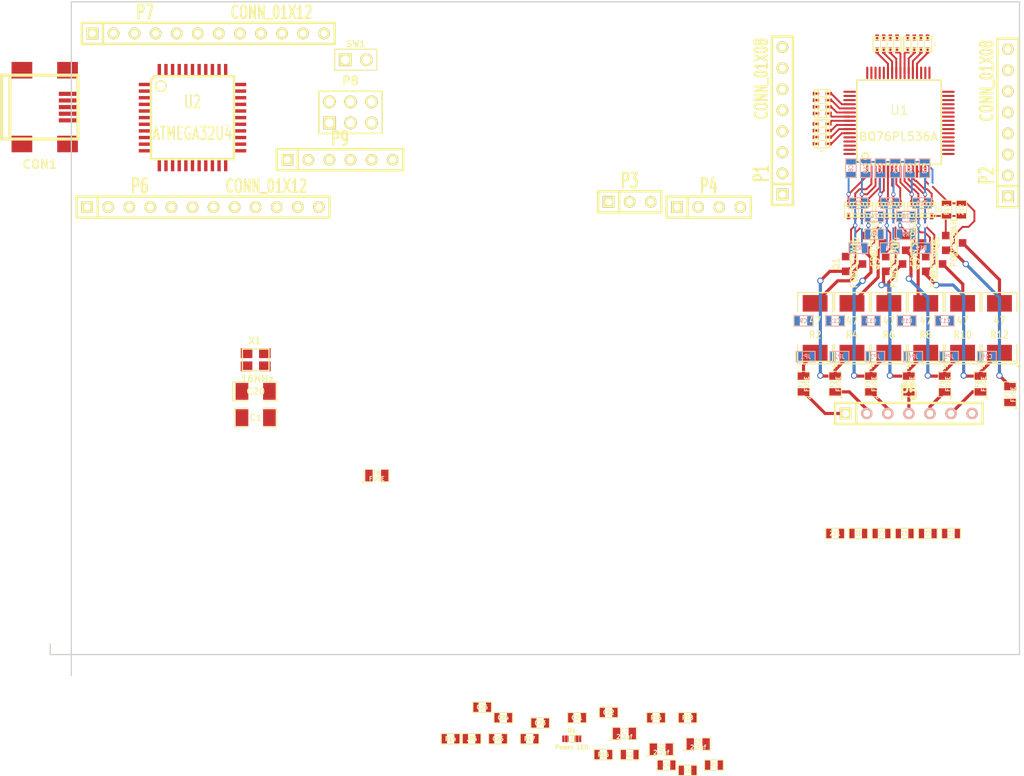
<source format=kicad_pcb>
(kicad_pcb (version 3) (host pcbnew "(2013-may-18)-stable")
  (layers (15 F.Cu signal) (0 B.Cu signal) (18 B.Paste user) (19 F.Paste user) (20 B.SilkS user hide) (21 F.SilkS user) (22 B.Mask user) (23 F.Mask user) (28 Edge.Cuts user))
  (net 0 "")
  (net 1 +5V)
  (net 2 +BATT)
  (net 3 /CellBallance/C0)
  (net 4 /CellBallance/C1)
  (net 5 /CellBallance/C2)
  (net 6 /CellBallance/C3)
  (net 7 /CellBallance/C4)
  (net 8 /CellBallance/C5)
  (net 9 /CellBallance/CB1)
  (net 10 /CellBallance/CB2)
  (net 11 /CellBallance/CB3)
  (net 12 /CellBallance/CB4)
  (net 13 /CellBallance/CB5)
  (net 14 /CellBallance/CB6)
  (net 15 /CellBallance/VC1)
  (net 16 /CellBallance/VC2)
  (net 17 /CellBallance/VC3)
  (net 18 /CellBallance/VC4)
  (net 19 /CellBallance/VC5)
  (net 20 /CellBallance/VC6)
  (net 21 /LDOA)
  (net 22 /LDOD)
  (net 23 /REG50)
  (net 24 /VREF)
  (net 25 /atmega32u4/3.3V)
  (net 26 /atmega32u4/5V)
  (net 27 /atmega32u4/A0)
  (net 28 /atmega32u4/A1)
  (net 29 /atmega32u4/A2)
  (net 30 /atmega32u4/A3)
  (net 31 /atmega32u4/A4)
  (net 32 /atmega32u4/A5)
  (net 33 /atmega32u4/ALERT_H)
  (net 34 /atmega32u4/AREF)
  (net 35 /atmega32u4/CONV_H)
  (net 36 /atmega32u4/CS_H)
  (net 37 /atmega32u4/D0/RX)
  (net 38 /atmega32u4/D1/TX)
  (net 39 /atmega32u4/D2/SDA)
  (net 40 /atmega32u4/D3/SCL)
  (net 41 /atmega32u4/D4)
  (net 42 /atmega32u4/DRDY_H)
  (net 43 /atmega32u4/FAULT_H)
  (net 44 /atmega32u4/HWB)
  (net 45 /atmega32u4/IO11*)
  (net 46 /atmega32u4/IO12)
  (net 47 /atmega32u4/IO13*)
  (net 48 /atmega32u4/IO8)
  (net 49 /atmega32u4/RST)
  (net 50 /atmega32u4/RXLED)
  (net 51 /atmega32u4/SCLK_H)
  (net 52 /atmega32u4/SDI_H)
  (net 53 /atmega32u4/SDO_H)
  (net 54 /atmega32u4/TXLED)
  (net 55 /atmega32u4/UCAP)
  (net 56 GND)
  (net 57 N-0000011)
  (net 58 N-00000110)
  (net 59 N-0000012)
  (net 60 N-00000121)
  (net 61 N-00000123)
  (net 62 N-00000124)
  (net 63 N-00000126)
  (net 64 N-00000127)
  (net 65 N-00000128)
  (net 66 N-0000013)
  (net 67 N-0000014)
  (net 68 N-0000015)
  (net 69 N-0000022)
  (net 70 N-0000024)
  (net 71 N-0000025)
  (net 72 N-0000026)
  (net 73 N-0000027)
  (net 74 N-0000028)
  (net 75 N-0000029)
  (net 76 N-0000030)
  (net 77 N-0000031)
  (net 78 N-0000032)
  (net 79 N-0000033)
  (net 80 N-0000034)
  (net 81 N-0000035)
  (net 82 N-0000036)
  (net 83 N-0000037)
  (net 84 N-0000038)
  (net 85 N-0000039)
  (net 86 N-000004)
  (net 87 N-0000040)
  (net 88 N-0000041)
  (net 89 N-0000042)
  (net 90 N-0000043)
  (net 91 N-0000044)
  (net 92 N-0000045)
  (net 93 N-0000046)
  (net 94 N-0000047)
  (net 95 N-0000048)
  (net 96 N-0000049)
  (net 97 N-000005)
  (net 98 N-0000050)
  (net 99 N-0000051)
  (net 100 N-0000052)
  (net 101 N-0000053)
  (net 102 N-000006)
  (net 103 N-0000077)
  (net 104 N-0000078)
  (net 105 N-0000079)
  (net 106 N-0000080)
  (net 107 N-0000081)
  (net 108 N-0000082)
  (net 109 N-0000083)
  (net 110 N-0000084)
  (net 111 N-0000085)
  (net 112 N-0000086)
  (net 113 N-0000087)
  (net 114 N-0000088)
  (net 115 N-0000089)
  (net 116 N-000009)
  (net 117 N-0000090)
  (net 118 N-0000091)
  (net 119 N-0000092)
  (net 120 N-0000093)
  (net 121 N-0000094)
  (net 122 N-0000098)
  (net 123 VCC)
  (net 124 VSS)
  (module SM2512 (layer F.Cu) (at 240.792 133.985 90)
    (fp_text reference R4 (at -0.8001 0 180) (layer F.SilkS) (effects (font (size 0.889 0.762) (thickness 0.127))))
    (fp_text value 47 (at 0.89916 0 180) (layer F.SilkS) (effects (font (size 0.889 0.762) (thickness 0.127))))
    (fp_text user + (at -4.59994 2.30124 90) (layer F.SilkS) (effects (font (size 0.7 0.7))))
    (pad 1 smd rect (at -2.99974 0 90) (size 1.99898 2.99974) (layers F.Cu F.Paste F.Mask) (net 119 N-0000092))
    (pad 2 smd rect (at 2.99974 0 90) (size 1.99898 2.99974) (layers F.Cu F.Paste F.Mask) (net 105 N-0000079))
  )
  (module SM2512 (layer F.Cu) (at 245.237 133.985 90)
    (fp_text reference R6 (at -0.8001 0 180) (layer F.SilkS) (effects (font (size 0.889 0.762) (thickness 0.127))))
    (fp_text value 47 (at 0.89916 0 180) (layer F.SilkS) (effects (font (size 0.889 0.762) (thickness 0.127))))
    (fp_text user + (at -4.59994 2.30124 90) (layer F.SilkS) (effects (font (size 0.7 0.7))))
    (pad 1 smd rect (at -2.99974 0 90) (size 1.99898 2.99974) (layers F.Cu F.Paste F.Mask) (net 118 N-0000091))
    (pad 2 smd rect (at 2.99974 0 90) (size 1.99898 2.99974) (layers F.Cu F.Paste F.Mask) (net 121 N-0000094))
  )
  (module SM2512 (layer F.Cu) (at 249.682 133.985 90)
    (fp_text reference R8 (at -0.8001 0 180) (layer F.SilkS) (effects (font (size 0.889 0.762) (thickness 0.127))))
    (fp_text value 47 (at 0.89916 0 180) (layer F.SilkS) (effects (font (size 0.889 0.762) (thickness 0.127))))
    (fp_text user + (at -4.59994 2.30124 90) (layer F.SilkS) (effects (font (size 0.7 0.7))))
    (pad 1 smd rect (at -2.99974 0 90) (size 1.99898 2.99974) (layers F.Cu F.Paste F.Mask) (net 108 N-0000082))
    (pad 2 smd rect (at 2.99974 0 90) (size 1.99898 2.99974) (layers F.Cu F.Paste F.Mask) (net 120 N-0000093))
  )
  (module SM2512 (layer F.Cu) (at 254.127 133.985 90)
    (fp_text reference R10 (at -0.8001 0 180) (layer F.SilkS) (effects (font (size 0.889 0.762) (thickness 0.127))))
    (fp_text value 47 (at 0.89916 0 180) (layer F.SilkS) (effects (font (size 0.889 0.762) (thickness 0.127))))
    (fp_text user + (at -4.59994 2.30124 90) (layer F.SilkS) (effects (font (size 0.7 0.7))))
    (pad 1 smd rect (at -2.99974 0 90) (size 1.99898 2.99974) (layers F.Cu F.Paste F.Mask) (net 114 N-0000088))
    (pad 2 smd rect (at 2.99974 0 90) (size 1.99898 2.99974) (layers F.Cu F.Paste F.Mask) (net 110 N-0000084))
  )
  (module SM2512 (layer F.Cu) (at 258.572 133.985 90)
    (fp_text reference R12 (at -0.8001 0 180) (layer F.SilkS) (effects (font (size 0.889 0.762) (thickness 0.127))))
    (fp_text value 47 (at 0.89916 0 180) (layer F.SilkS) (effects (font (size 0.889 0.762) (thickness 0.127))))
    (fp_text user + (at -4.59994 2.30124 90) (layer F.SilkS) (effects (font (size 0.7 0.7))))
    (pad 1 smd rect (at -2.99974 0 90) (size 1.99898 2.99974) (layers F.Cu F.Paste F.Mask) (net 115 N-0000089))
    (pad 2 smd rect (at 2.99974 0 90) (size 1.99898 2.99974) (layers F.Cu F.Paste F.Mask) (net 117 N-0000090))
  )
  (module SM2512 (layer F.Cu) (at 236.347 133.985 90)
    (fp_text reference R2 (at -0.8001 0 180) (layer F.SilkS) (effects (font (size 0.889 0.762) (thickness 0.127))))
    (fp_text value 47 (at 0.89916 0 180) (layer F.SilkS) (effects (font (size 0.889 0.762) (thickness 0.127))))
    (fp_text user + (at -4.59994 2.30124 90) (layer F.SilkS) (effects (font (size 0.7 0.7))))
    (pad 1 smd rect (at -2.99974 0 90) (size 1.99898 2.99974) (layers F.Cu F.Paste F.Mask) (net 104 N-0000078))
    (pad 2 smd rect (at 2.99974 0 90) (size 1.99898 2.99974) (layers F.Cu F.Paste F.Mask) (net 103 N-0000077))
  )
  (module SM0603 (layer B.Cu) (at 243.4844 120.523 180)
    (fp_text reference Z4 (at 0 0 180) (layer B.SilkS) (effects (font (size 0.508 0.4572) (thickness 0.1143)) (justify mirror)))
    (fp_text value ZENER hide)
    (pad 1 smd rect (at -0.762 0 180) (size 0.635 1.143) (layers B.Cu B.Paste B.Mask) (net 118 N-0000091))
    (pad 2 smd rect (at 0.762 0 180) (size 0.635 1.143) (layers B.Cu B.Paste B.Mask) (net 112 N-0000086))
  )
  (module SM0603 (layer B.Cu) (at 245.3894 118.8974 180)
    (fp_text reference Z6 (at 0 0 180) (layer B.SilkS) (effects (font (size 0.508 0.4572) (thickness 0.1143)) (justify mirror)))
    (fp_text value ZENER hide)
    (pad 1 smd rect (at -0.762 0 180) (size 0.635 1.143) (layers B.Cu B.Paste B.Mask) (net 108 N-0000082))
    (pad 2 smd rect (at 0.762 0 180) (size 0.635 1.143) (layers B.Cu B.Paste B.Mask) (net 109 N-0000083))
  )
  (module SM0603 (layer B.Cu) (at 247.2944 120.523 180)
    (fp_text reference Z8 (at 0 0 180) (layer B.SilkS) (effects (font (size 0.508 0.4572) (thickness 0.1143)) (justify mirror)))
    (fp_text value ZENER hide)
    (pad 1 smd rect (at -0.762 0 180) (size 0.635 1.143) (layers B.Cu B.Paste B.Mask) (net 114 N-0000088))
    (pad 2 smd rect (at 0.762 0 180) (size 0.635 1.143) (layers B.Cu B.Paste B.Mask) (net 107 N-0000081))
  )
  (module SM0603 (layer B.Cu) (at 249.2248 118.8974 180)
    (fp_text reference Z10 (at 0 0 180) (layer B.SilkS) (effects (font (size 0.508 0.4572) (thickness 0.1143)) (justify mirror)))
    (fp_text value ZENER hide)
    (pad 1 smd rect (at -0.762 0 180) (size 0.635 1.143) (layers B.Cu B.Paste B.Mask) (net 115 N-0000089))
    (pad 2 smd rect (at 0.762 0 180) (size 0.635 1.143) (layers B.Cu B.Paste B.Mask) (net 113 N-0000087))
  )
  (module SM0603 (layer B.Cu) (at 245.3513 124.3203)
    (fp_text reference R7 (at 0 0) (layer B.SilkS) (effects (font (size 0.508 0.4572) (thickness 0.1143)) (justify mirror)))
    (fp_text value "1M 1%" hide)
    (pad 1 smd rect (at -0.762 0) (size 0.635 1.143) (layers B.Cu B.Paste B.Mask) (net 109 N-0000083))
    (pad 2 smd rect (at 0.762 0) (size 0.635 1.143) (layers B.Cu B.Paste B.Mask) (net 108 N-0000082))
  )
  (module SM0603 (layer F.Cu) (at 253.9746 119.6848 270)
    (fp_text reference Z12 (at 0 0 270) (layer F.SilkS) (effects (font (size 0.508 0.4572) (thickness 0.1143))))
    (fp_text value ZENER hide)
    (pad 1 smd rect (at -0.762 0 270) (size 0.635 1.143) (layers F.Cu F.Paste F.Mask) (net 124 VSS))
    (pad 2 smd rect (at 0.762 0 270) (size 0.635 1.143) (layers F.Cu F.Paste F.Mask) (net 106 N-0000080))
  )
  (module SM0603 (layer B.Cu) (at 234.95 133.096)
    (fp_text reference C9 (at 0 0) (layer B.SilkS) (effects (font (size 0.508 0.4572) (thickness 0.1143)) (justify mirror)))
    (fp_text value 0.1uf hide)
    (pad 1 smd rect (at -0.762 0) (size 0.635 1.143) (layers B.Cu B.Paste B.Mask) (net 104 N-0000078))
    (pad 2 smd rect (at 0.762 0) (size 0.635 1.143) (layers B.Cu B.Paste B.Mask) (net 119 N-0000092))
  )
  (module SM0603 (layer B.Cu) (at 243.4844 122.6566)
    (fp_text reference R5 (at 0 0) (layer B.SilkS) (effects (font (size 0.508 0.4572) (thickness 0.1143)) (justify mirror)))
    (fp_text value "1M 1%" hide)
    (pad 1 smd rect (at -0.762 0) (size 0.635 1.143) (layers B.Cu B.Paste B.Mask) (net 112 N-0000086))
    (pad 2 smd rect (at 0.762 0) (size 0.635 1.143) (layers B.Cu B.Paste B.Mask) (net 118 N-0000091))
  )
  (module SM0603 (layer B.Cu) (at 241.554 124.333)
    (fp_text reference R3 (at 0 0) (layer B.SilkS) (effects (font (size 0.508 0.4572) (thickness 0.1143)) (justify mirror)))
    (fp_text value "1M 1%" hide)
    (pad 1 smd rect (at -0.762 0) (size 0.635 1.143) (layers B.Cu B.Paste B.Mask) (net 111 N-0000085))
    (pad 2 smd rect (at 0.762 0) (size 0.635 1.143) (layers B.Cu B.Paste B.Mask) (net 119 N-0000092))
  )
  (module SM0603 (layer B.Cu) (at 247.2944 122.6566)
    (fp_text reference R9 (at 0 0) (layer B.SilkS) (effects (font (size 0.508 0.4572) (thickness 0.1143)) (justify mirror)))
    (fp_text value "1M 1%" hide)
    (pad 1 smd rect (at -0.762 0) (size 0.635 1.143) (layers B.Cu B.Paste B.Mask) (net 107 N-0000081))
    (pad 2 smd rect (at 0.762 0) (size 0.635 1.143) (layers B.Cu B.Paste B.Mask) (net 114 N-0000088))
  )
  (module SM0603 (layer B.Cu) (at 249.1613 124.3203)
    (fp_text reference R11 (at 0 0) (layer B.SilkS) (effects (font (size 0.508 0.4572) (thickness 0.1143)) (justify mirror)))
    (fp_text value "1M 1%" hide)
    (pad 1 smd rect (at -0.762 0) (size 0.635 1.143) (layers B.Cu B.Paste B.Mask) (net 113 N-0000087))
    (pad 2 smd rect (at 0.762 0) (size 0.635 1.143) (layers B.Cu B.Paste B.Mask) (net 115 N-0000089))
  )
  (module SM0603 (layer F.Cu) (at 252.1966 119.6848 90)
    (fp_text reference R13 (at 0 0 90) (layer F.SilkS) (effects (font (size 0.508 0.4572) (thickness 0.1143))))
    (fp_text value "1M 1%" hide)
    (pad 1 smd rect (at -0.762 0 90) (size 0.635 1.143) (layers F.Cu F.Paste F.Mask) (net 106 N-0000080))
    (pad 2 smd rect (at 0.762 0 90) (size 0.635 1.143) (layers F.Cu F.Paste F.Mask) (net 124 VSS))
  )
  (module SM0603 (layer B.Cu) (at 247.777 114.681 270)
    (fp_text reference C16 (at 0 0 270) (layer B.SilkS) (effects (font (size 0.508 0.4572) (thickness 0.1143)) (justify mirror)))
    (fp_text value 0.1uf hide)
    (pad 1 smd rect (at -0.762 0 270) (size 0.635 1.143) (layers B.Cu B.Paste B.Mask) (net 124 VSS))
    (pad 2 smd rect (at 0.762 0 270) (size 0.635 1.143) (layers B.Cu B.Paste B.Mask) (net 16 /CellBallance/VC2))
  )
  (module SM0603 (layer B.Cu) (at 245.999 114.681 270)
    (fp_text reference C14 (at 0 0 270) (layer B.SilkS) (effects (font (size 0.508 0.4572) (thickness 0.1143)) (justify mirror)))
    (fp_text value 0.1uf hide)
    (pad 1 smd rect (at -0.762 0 270) (size 0.635 1.143) (layers B.Cu B.Paste B.Mask) (net 124 VSS))
    (pad 2 smd rect (at 0.762 0 270) (size 0.635 1.143) (layers B.Cu B.Paste B.Mask) (net 17 /CellBallance/VC3))
  )
  (module SM0603 (layer B.Cu) (at 244.221 114.681 270)
    (fp_text reference C12 (at 0 0 270) (layer B.SilkS) (effects (font (size 0.508 0.4572) (thickness 0.1143)) (justify mirror)))
    (fp_text value 0.1uf hide)
    (pad 1 smd rect (at -0.762 0 270) (size 0.635 1.143) (layers B.Cu B.Paste B.Mask) (net 124 VSS))
    (pad 2 smd rect (at 0.762 0 270) (size 0.635 1.143) (layers B.Cu B.Paste B.Mask) (net 18 /CellBallance/VC4))
  )
  (module SM0603 (layer B.Cu) (at 242.443 114.681 270)
    (fp_text reference C10 (at 0 0 270) (layer B.SilkS) (effects (font (size 0.508 0.4572) (thickness 0.1143)) (justify mirror)))
    (fp_text value 0.1uf hide)
    (pad 1 smd rect (at -0.762 0 270) (size 0.635 1.143) (layers B.Cu B.Paste B.Mask) (net 124 VSS))
    (pad 2 smd rect (at 0.762 0 270) (size 0.635 1.143) (layers B.Cu B.Paste B.Mask) (net 19 /CellBallance/VC5))
  )
  (module SM0603 (layer B.Cu) (at 240.665 114.681 270)
    (fp_text reference C8 (at 0 0 270) (layer B.SilkS) (effects (font (size 0.508 0.4572) (thickness 0.1143)) (justify mirror)))
    (fp_text value 0.1uf hide)
    (pad 1 smd rect (at -0.762 0 270) (size 0.635 1.143) (layers B.Cu B.Paste B.Mask) (net 124 VSS))
    (pad 2 smd rect (at 0.762 0 270) (size 0.635 1.143) (layers B.Cu B.Paste B.Mask) (net 20 /CellBallance/VC6))
  )
  (module SM0603 (layer B.Cu) (at 251.968 133.096)
    (fp_text reference C17 (at 0 0) (layer B.SilkS) (effects (font (size 0.508 0.4572) (thickness 0.1143)) (justify mirror)))
    (fp_text value 0.1uf hide)
    (pad 1 smd rect (at -0.762 0) (size 0.635 1.143) (layers B.Cu B.Paste B.Mask) (net 114 N-0000088))
    (pad 2 smd rect (at 0.762 0) (size 0.635 1.143) (layers B.Cu B.Paste B.Mask) (net 115 N-0000089))
  )
  (module SM0603 (layer B.Cu) (at 247.396 133.096)
    (fp_text reference C15 (at 0 0) (layer B.SilkS) (effects (font (size 0.508 0.4572) (thickness 0.1143)) (justify mirror)))
    (fp_text value 0.1uf hide)
    (pad 1 smd rect (at -0.762 0) (size 0.635 1.143) (layers B.Cu B.Paste B.Mask) (net 108 N-0000082))
    (pad 2 smd rect (at 0.762 0) (size 0.635 1.143) (layers B.Cu B.Paste B.Mask) (net 114 N-0000088))
  )
  (module SM0603 (layer B.Cu) (at 243.078 133.096)
    (fp_text reference C13 (at 0 0) (layer B.SilkS) (effects (font (size 0.508 0.4572) (thickness 0.1143)) (justify mirror)))
    (fp_text value 0.1uf hide)
    (pad 1 smd rect (at -0.762 0) (size 0.635 1.143) (layers B.Cu B.Paste B.Mask) (net 118 N-0000091))
    (pad 2 smd rect (at 0.762 0) (size 0.635 1.143) (layers B.Cu B.Paste B.Mask) (net 108 N-0000082))
  )
  (module SM0603 (layer B.Cu) (at 238.76 133.096)
    (fp_text reference C11 (at 0 0) (layer B.SilkS) (effects (font (size 0.508 0.4572) (thickness 0.1143)) (justify mirror)))
    (fp_text value 0.1uf hide)
    (pad 1 smd rect (at -0.762 0) (size 0.635 1.143) (layers B.Cu B.Paste B.Mask) (net 119 N-0000092))
    (pad 2 smd rect (at 0.762 0) (size 0.635 1.143) (layers B.Cu B.Paste B.Mask) (net 118 N-0000091))
  )
  (module SM0603 (layer B.Cu) (at 241.5794 118.8974 180)
    (fp_text reference Z2 (at 0 0 180) (layer B.SilkS) (effects (font (size 0.508 0.4572) (thickness 0.1143)) (justify mirror)))
    (fp_text value ZENER hide)
    (pad 1 smd rect (at -0.762 0 180) (size 0.635 1.143) (layers B.Cu B.Paste B.Mask) (net 119 N-0000092))
    (pad 2 smd rect (at 0.762 0 180) (size 0.635 1.143) (layers B.Cu B.Paste B.Mask) (net 111 N-0000085))
  )
  (module SM0603 (layer B.Cu) (at 257.048 137.414)
    (fp_text reference C19 (at 0 0) (layer B.SilkS) (effects (font (size 0.508 0.4572) (thickness 0.1143)) (justify mirror)))
    (fp_text value 0.1uf hide)
    (pad 1 smd rect (at -0.762 0) (size 0.635 1.143) (layers B.Cu B.Paste B.Mask) (net 115 N-0000089))
    (pad 2 smd rect (at 0.762 0) (size 0.635 1.143) (layers B.Cu B.Paste B.Mask) (net 124 VSS))
  )
  (module SM0603 (layer B.Cu) (at 249.555 114.681 270)
    (fp_text reference C18 (at 0 0 270) (layer B.SilkS) (effects (font (size 0.508 0.4572) (thickness 0.1143)) (justify mirror)))
    (fp_text value 0.1uf hide)
    (pad 1 smd rect (at -0.762 0 270) (size 0.635 1.143) (layers B.Cu B.Paste B.Mask) (net 124 VSS))
    (pad 2 smd rect (at 0.762 0 270) (size 0.635 1.143) (layers B.Cu B.Paste B.Mask) (net 15 /CellBallance/VC1))
  )
  (module USB_MINI_B (layer F.Cu) (at 142.875 107.315)
    (fp_text reference CON1 (at 0 6.90118) (layer F.SilkS) (effects (font (size 1.016 1.016) (thickness 0.2032))))
    (fp_text value USB-MINI-B hide)
    (pad 1 smd rect (at 3.44932 -1.6002) (size 2.30124 0.50038) (layers F.Cu F.Paste F.Mask) (net 58 N-00000110))
    (pad 2 smd rect (at 3.44932 -0.8001) (size 2.30124 0.50038) (layers F.Cu F.Paste F.Mask) (net 60 N-00000121))
    (pad 3 smd rect (at 3.44932 0) (size 2.30124 0.50038) (layers F.Cu F.Paste F.Mask) (net 65 N-00000128))
    (pad 4 smd rect (at 3.44932 0.8001) (size 2.30124 0.50038) (layers F.Cu F.Paste F.Mask))
    (pad 5 smd rect (at 3.44932 1.6002) (size 2.30124 0.50038) (layers F.Cu F.Paste F.Mask) (net 56 GND))
    (pad 6 smd rect (at 3.35026 -4.45008) (size 2.49936 1.99898) (layers F.Cu F.Paste F.Mask) (net 56 GND))
    (pad 7 smd rect (at -2.14884 -4.45008) (size 2.49936 1.99898) (layers F.Cu F.Paste F.Mask) (net 56 GND))
    (pad 8 smd rect (at 3.35026 4.45008) (size 2.49936 1.99898) (layers F.Cu F.Paste F.Mask) (net 56 GND))
    (pad 9 smd rect (at -2.14884 4.45008) (size 2.49936 1.99898) (layers F.Cu F.Paste F.Mask) (net 56 GND))
    (pad "" np_thru_hole circle (at 0.8509 -2.19964) (size 0.89916 0.89916) (drill 0.89916) (layers *.Cu *.Mask F.SilkS))
    (pad 2 np_thru_hole circle (at 0.8509 2.19964) (size 0.89916 0.89916) (drill 0.89916) (layers *.Cu *.Mask F.SilkS) (net 60 N-00000121))
  )
  (module TQFP_64 (layer F.Cu) (at 246.38 109.22)
    (fp_text reference U1 (at 0.127 -1.524) (layer F.SilkS) (effects (font (size 1.09982 1.09982) (thickness 0.127))))
    (fp_text value BQ76PL536A (at 0 1.651) (layer F.SilkS) (effects (font (size 1.00076 1.00076) (thickness 0.1524))))
    (pad 1 smd rect (at -3.74904 5.86994) (size 0.24892 1.524) (layers F.Cu F.Paste F.Mask) (net 20 /CellBallance/VC6))
    (pad 2 smd oval (at -3.24866 5.86994) (size 0.24892 1.524) (layers F.Cu F.Paste F.Mask) (net 14 /CellBallance/CB6))
    (pad 3 smd oval (at -2.74828 5.86994) (size 0.24892 1.524) (layers F.Cu F.Paste F.Mask) (net 19 /CellBallance/VC5))
    (pad 4 smd oval (at -2.2479 5.86994) (size 0.24892 1.524) (layers F.Cu F.Paste F.Mask) (net 13 /CellBallance/CB5))
    (pad 5 smd oval (at -1.74752 5.86994) (size 0.24892 1.524) (layers F.Cu F.Paste F.Mask) (net 18 /CellBallance/VC4))
    (pad 6 smd oval (at -1.24968 5.86994) (size 0.24892 1.524) (layers F.Cu F.Paste F.Mask) (net 12 /CellBallance/CB4))
    (pad 7 smd oval (at -0.7493 5.86994) (size 0.24892 1.524) (layers F.Cu F.Paste F.Mask) (net 17 /CellBallance/VC3))
    (pad 8 smd oval (at -0.24892 5.86994) (size 0.24892 1.524) (layers F.Cu F.Paste F.Mask) (net 11 /CellBallance/CB3))
    (pad 9 smd oval (at 0.25146 5.86994) (size 0.24892 1.524) (layers F.Cu F.Paste F.Mask) (net 16 /CellBallance/VC2))
    (pad 10 smd oval (at 0.75184 5.86994) (size 0.24892 1.524) (layers F.Cu F.Paste F.Mask) (net 10 /CellBallance/CB2))
    (pad 11 smd oval (at 1.25222 5.86994) (size 0.24892 1.524) (layers F.Cu F.Paste F.Mask) (net 15 /CellBallance/VC1))
    (pad 12 smd oval (at 1.75006 5.86994) (size 0.24892 1.524) (layers F.Cu F.Paste F.Mask) (net 9 /CellBallance/CB1))
    (pad 13 smd oval (at 2.25044 5.86994) (size 0.24892 1.524) (layers F.Cu F.Paste F.Mask) (net 124 VSS))
    (pad 14 smd oval (at 2.75082 5.86994) (size 0.24892 1.524) (layers F.Cu F.Paste F.Mask) (net 124 VSS))
    (pad 15 smd oval (at 3.2512 5.86994) (size 0.24892 1.524) (layers F.Cu F.Paste F.Mask) (net 124 VSS))
    (pad 16 smd oval (at 3.75158 5.86994) (size 0.24892 1.524) (layers F.Cu F.Paste F.Mask) (net 24 /VREF))
    (pad 17 smd oval (at 6.0325 3.74904) (size 1.524 0.24892) (layers F.Cu F.Paste F.Mask) (net 21 /LDOA))
    (pad 18 smd oval (at 6.0325 3.24866) (size 1.524 0.24892) (layers F.Cu F.Paste F.Mask) (net 22 /LDOD))
    (pad 19 smd oval (at 6.0325 2.74828) (size 1.524 0.24892) (layers F.Cu F.Paste F.Mask) (net 85 N-0000039))
    (pad 20 smd oval (at 6.0325 2.2479) (size 1.524 0.24892) (layers F.Cu F.Paste F.Mask) (net 87 N-0000040))
    (pad 21 smd oval (at 6.0325 1.74752) (size 1.524 0.24892) (layers F.Cu F.Paste F.Mask) (net 86 N-000004))
    (pad 22 smd oval (at 6.0325 1.24968) (size 1.524 0.24892) (layers F.Cu F.Paste F.Mask) (net 97 N-000005))
    (pad 23 smd oval (at 6.0325 0.7493) (size 1.524 0.24892) (layers F.Cu F.Paste F.Mask) (net 102 N-000006))
    (pad 24 smd oval (at 6.0325 0.24892) (size 1.524 0.24892) (layers F.Cu F.Paste F.Mask) (net 116 N-000009))
    (pad 25 smd oval (at 6.0325 -0.25146) (size 1.524 0.24892) (layers F.Cu F.Paste F.Mask) (net 124 VSS))
    (pad 26 smd oval (at 6.0325 -0.75184) (size 1.524 0.24892) (layers F.Cu F.Paste F.Mask) (net 70 N-0000024))
    (pad 27 smd oval (at 6.0325 -1.25222) (size 1.524 0.24892) (layers F.Cu F.Paste F.Mask) (net 71 N-0000025))
    (pad 28 smd oval (at 6.0325 -1.75006) (size 1.524 0.24892) (layers F.Cu F.Paste F.Mask) (net 72 N-0000026))
    (pad 29 smd oval (at 6.0325 -2.25044) (size 1.524 0.24892) (layers F.Cu F.Paste F.Mask) (net 73 N-0000027))
    (pad 30 smd oval (at 6.0325 -2.75082) (size 1.524 0.24892) (layers F.Cu F.Paste F.Mask))
    (pad 31 smd oval (at 6.0325 -3.2512) (size 1.524 0.24892) (layers F.Cu F.Paste F.Mask))
    (pad 32 smd oval (at 6.0325 -3.75158) (size 1.524 0.24892) (layers F.Cu F.Paste F.Mask) (net 23 /REG50))
    (pad 33 smd oval (at 3.75158 -6.0325) (size 0.24892 1.524) (layers F.Cu F.Paste F.Mask) (net 124 VSS))
    (pad 34 smd oval (at 3.2512 -6.0325) (size 0.24892 1.524) (layers F.Cu F.Paste F.Mask) (net 124 VSS))
    (pad 35 smd oval (at 2.75082 -6.0325) (size 0.24892 1.524) (layers F.Cu F.Paste F.Mask) (net 124 VSS))
    (pad 36 smd oval (at 2.25044 -6.0325) (size 0.24892 1.524) (layers F.Cu F.Paste F.Mask) (net 92 N-0000045))
    (pad 37 smd oval (at 1.75006 -6.0325) (size 0.24892 1.524) (layers F.Cu F.Paste F.Mask) (net 93 N-0000046))
    (pad 38 smd oval (at 1.25222 -6.0325) (size 0.24892 1.524) (layers F.Cu F.Paste F.Mask) (net 94 N-0000047))
    (pad 39 smd oval (at 0.75184 -6.0325) (size 0.24892 1.524) (layers F.Cu F.Paste F.Mask) (net 95 N-0000048))
    (pad 40 smd oval (at 0.25146 -6.0325) (size 0.24892 1.524) (layers F.Cu F.Paste F.Mask) (net 88 N-0000041))
    (pad 41 smd oval (at -0.24892 -6.0325) (size 0.24892 1.524) (layers F.Cu F.Paste F.Mask) (net 89 N-0000042))
    (pad 42 smd oval (at -0.7493 -6.0325) (size 0.24892 1.524) (layers F.Cu F.Paste F.Mask) (net 90 N-0000043))
    (pad 43 smd oval (at -1.24968 -6.0325) (size 0.24892 1.524) (layers F.Cu F.Paste F.Mask) (net 91 N-0000044))
    (pad 44 smd oval (at -1.74752 -6.0325) (size 0.24892 1.524) (layers F.Cu F.Paste F.Mask) (net 101 N-0000053))
    (pad 45 smd oval (at -2.2479 -6.0325) (size 0.24892 1.524) (layers F.Cu F.Paste F.Mask) (net 81 N-0000035))
    (pad 46 smd oval (at -2.74828 -6.0325) (size 0.24892 1.524) (layers F.Cu F.Paste F.Mask) (net 22 /LDOD))
    (pad 47 smd oval (at -3.24866 -6.0325) (size 0.24892 1.524) (layers F.Cu F.Paste F.Mask) (net 76 N-0000030))
    (pad 48 smd oval (at -3.74904 -6.0325) (size 0.24892 1.524) (layers F.Cu F.Paste F.Mask) (net 82 N-0000036))
    (pad 49 smd oval (at -5.86994 -3.75158) (size 1.524 0.24892) (layers F.Cu F.Paste F.Mask) (net 124 VSS))
    (pad 50 smd oval (at -5.86994 -3.2512) (size 1.524 0.24892) (layers F.Cu F.Paste F.Mask) (net 124 VSS))
    (pad 52 smd oval (at -5.86994 -2.25044) (size 1.524 0.24892) (layers F.Cu F.Paste F.Mask) (net 77 N-0000031))
    (pad 51 smd oval (at -5.88772 -2.75082) (size 1.524 0.24892) (layers F.Cu F.Paste F.Mask))
    (pad 53 smd oval (at -5.86994 -1.75006) (size 1.524 0.24892) (layers F.Cu F.Paste F.Mask) (net 78 N-0000032))
    (pad 54 smd oval (at -5.86994 -1.25222) (size 1.524 0.24892) (layers F.Cu F.Paste F.Mask) (net 79 N-0000033))
    (pad 55 smd oval (at -5.86994 -0.75184) (size 1.524 0.24892) (layers F.Cu F.Paste F.Mask) (net 80 N-0000034))
    (pad 56 smd oval (at -5.86994 -0.25146) (size 1.524 0.24892) (layers F.Cu F.Paste F.Mask) (net 96 N-0000049))
    (pad 57 smd oval (at -5.86994 0.24892) (size 1.524 0.24892) (layers F.Cu F.Paste F.Mask) (net 98 N-0000050))
    (pad 58 smd oval (at -5.86994 0.7493) (size 1.524 0.24892) (layers F.Cu F.Paste F.Mask) (net 99 N-0000051))
    (pad 59 smd oval (at -5.86994 1.24206) (size 1.524 0.24892) (layers F.Cu F.Paste F.Mask) (net 100 N-0000052))
    (pad 60 smd oval (at -5.86994 1.74244) (size 1.524 0.24892) (layers F.Cu F.Paste F.Mask) (net 83 N-0000037))
    (pad 61 smd oval (at -5.86994 2.24282) (size 1.524 0.24892) (layers F.Cu F.Paste F.Mask) (net 84 N-0000038))
    (pad 62 smd oval (at -5.86994 2.7432) (size 1.524 0.24892) (layers F.Cu F.Paste F.Mask))
    (pad 63 smd oval (at -5.86994 3.24104) (size 1.524 0.24892) (layers F.Cu F.Paste F.Mask) (net 2 +BATT))
    (pad 64 smd oval (at -5.86994 3.74142) (size 1.524 0.24892) (layers F.Cu F.Paste F.Mask) (net 2 +BATT))
  )
  (module TQFP44 (layer F.Cu) (at 161.29 108.585)
    (fp_text reference U2 (at 0 -1.905) (layer F.SilkS) (effects (font (size 1.524 1.016) (thickness 0.2032))))
    (fp_text value ATMEGA32U4 (at 0 1.905) (layer F.SilkS) (effects (font (size 1.524 1.016) (thickness 0.2032))))
    (pad 39 smd rect (at 0 -5.715) (size 0.4064 1.524) (layers F.Cu F.Paste F.Mask) (net 30 /atmega32u4/A3))
    (pad 40 smd rect (at -0.8001 -5.715) (size 0.4064 1.524) (layers F.Cu F.Paste F.Mask) (net 31 /atmega32u4/A4))
    (pad 41 smd rect (at -1.6002 -5.715) (size 0.4064 1.524) (layers F.Cu F.Paste F.Mask) (net 32 /atmega32u4/A5))
    (pad 42 smd rect (at -2.4003 -5.715) (size 0.4064 1.524) (layers F.Cu F.Paste F.Mask) (net 34 /atmega32u4/AREF))
    (pad 43 smd rect (at -3.2004 -5.715) (size 0.4064 1.524) (layers F.Cu F.Paste F.Mask) (net 56 GND))
    (pad 44 smd rect (at -4.0005 -5.715) (size 0.4064 1.524) (layers F.Cu F.Paste F.Mask) (net 123 VCC))
    (pad 38 smd rect (at 0.8001 -5.715) (size 0.4064 1.524) (layers F.Cu F.Paste F.Mask) (net 29 /atmega32u4/A2))
    (pad 37 smd rect (at 1.6002 -5.715) (size 0.4064 1.524) (layers F.Cu F.Paste F.Mask) (net 28 /atmega32u4/A1))
    (pad 36 smd rect (at 2.4003 -5.715) (size 0.4064 1.524) (layers F.Cu F.Paste F.Mask) (net 27 /atmega32u4/A0))
    (pad 35 smd rect (at 3.2004 -5.715) (size 0.4064 1.524) (layers F.Cu F.Paste F.Mask) (net 56 GND))
    (pad 34 smd rect (at 4.0005 -5.715) (size 0.4064 1.524) (layers F.Cu F.Paste F.Mask) (net 123 VCC))
    (pad 17 smd rect (at 0 5.715) (size 0.4064 1.524) (layers F.Cu F.Paste F.Mask) (net 61 N-00000123))
    (pad 16 smd rect (at -0.8001 5.715) (size 0.4064 1.524) (layers F.Cu F.Paste F.Mask) (net 62 N-00000124))
    (pad 15 smd rect (at -1.6002 5.715) (size 0.4064 1.524) (layers F.Cu F.Paste F.Mask) (net 56 GND))
    (pad 14 smd rect (at -2.4003 5.715) (size 0.4064 1.524) (layers F.Cu F.Paste F.Mask) (net 123 VCC))
    (pad 13 smd rect (at -3.2004 5.715) (size 0.4064 1.524) (layers F.Cu F.Paste F.Mask) (net 49 /atmega32u4/RST))
    (pad 12 smd rect (at -4.0005 5.715) (size 0.4064 1.524) (layers F.Cu F.Paste F.Mask) (net 45 /atmega32u4/IO11*))
    (pad 18 smd rect (at 0.8001 5.715) (size 0.4064 1.524) (layers F.Cu F.Paste F.Mask) (net 40 /atmega32u4/D3/SCL))
    (pad 19 smd rect (at 1.6002 5.715) (size 0.4064 1.524) (layers F.Cu F.Paste F.Mask) (net 39 /atmega32u4/D2/SDA))
    (pad 20 smd rect (at 2.4003 5.715) (size 0.4064 1.524) (layers F.Cu F.Paste F.Mask) (net 37 /atmega32u4/D0/RX))
    (pad 21 smd rect (at 3.2004 5.715) (size 0.4064 1.524) (layers F.Cu F.Paste F.Mask) (net 38 /atmega32u4/D1/TX))
    (pad 22 smd rect (at 4.0005 5.715) (size 0.4064 1.524) (layers F.Cu F.Paste F.Mask) (net 54 /atmega32u4/TXLED))
    (pad 6 smd rect (at -5.715 0) (size 1.524 0.4064) (layers F.Cu F.Paste F.Mask) (net 55 /atmega32u4/UCAP))
    (pad 28 smd rect (at 5.715 0) (size 1.524 0.4064) (layers F.Cu F.Paste F.Mask) (net 48 /atmega32u4/IO8))
    (pad 7 smd rect (at -5.715 0.8001) (size 1.524 0.4064) (layers F.Cu F.Paste F.Mask) (net 1 +5V))
    (pad 27 smd rect (at 5.715 0.8001) (size 1.524 0.4064) (layers F.Cu F.Paste F.Mask) (net 42 /atmega32u4/DRDY_H))
    (pad 26 smd rect (at 5.715 1.6002) (size 1.524 0.4064) (layers F.Cu F.Paste F.Mask) (net 46 /atmega32u4/IO12))
    (pad 8 smd rect (at -5.715 1.6002) (size 1.524 0.4064) (layers F.Cu F.Paste F.Mask) (net 50 /atmega32u4/RXLED))
    (pad 9 smd rect (at -5.715 2.4003) (size 1.524 0.4064) (layers F.Cu F.Paste F.Mask) (net 51 /atmega32u4/SCLK_H))
    (pad 25 smd rect (at 5.715 2.4003) (size 1.524 0.4064) (layers F.Cu F.Paste F.Mask) (net 41 /atmega32u4/D4))
    (pad 24 smd rect (at 5.715 3.2004) (size 1.524 0.4064) (layers F.Cu F.Paste F.Mask) (net 123 VCC))
    (pad 10 smd rect (at -5.715 3.2004) (size 1.524 0.4064) (layers F.Cu F.Paste F.Mask) (net 52 /atmega32u4/SDI_H))
    (pad 11 smd rect (at -5.715 4.0005) (size 1.524 0.4064) (layers F.Cu F.Paste F.Mask) (net 53 /atmega32u4/SDO_H))
    (pad 23 smd rect (at 5.715 4.0005) (size 1.524 0.4064) (layers F.Cu F.Paste F.Mask) (net 56 GND))
    (pad 29 smd rect (at 5.715 -0.8001) (size 1.524 0.4064) (layers F.Cu F.Paste F.Mask) (net 43 /atmega32u4/FAULT_H))
    (pad 5 smd rect (at -5.715 -0.8001) (size 1.524 0.4064) (layers F.Cu F.Paste F.Mask) (net 56 GND))
    (pad 4 smd rect (at -5.715 -1.6002) (size 1.524 0.4064) (layers F.Cu F.Paste F.Mask) (net 64 N-00000127))
    (pad 30 smd rect (at 5.715 -1.6002) (size 1.524 0.4064) (layers F.Cu F.Paste F.Mask) (net 36 /atmega32u4/CS_H))
    (pad 31 smd rect (at 5.715 -2.4003) (size 1.524 0.4064) (layers F.Cu F.Paste F.Mask) (net 35 /atmega32u4/CONV_H))
    (pad 3 smd rect (at -5.715 -2.4003) (size 1.524 0.4064) (layers F.Cu F.Paste F.Mask) (net 63 N-00000126))
    (pad 2 smd rect (at -5.715 -3.2004) (size 1.524 0.4064) (layers F.Cu F.Paste F.Mask) (net 1 +5V))
    (pad 32 smd rect (at 5.715 -3.2004) (size 1.524 0.4064) (layers F.Cu F.Paste F.Mask) (net 47 /atmega32u4/IO13*))
    (pad 33 smd rect (at 5.715 -4.0005) (size 1.524 0.4064) (layers F.Cu F.Paste F.Mask) (net 44 /atmega32u4/HWB))
    (pad 1 smd rect (at -5.715 -4.0005) (size 1.524 0.4064) (layers F.Cu F.Paste F.Mask) (net 33 /atmega32u4/ALERT_H))
  )
  (module SOT23GDS (layer F.Cu) (at 253.111 123.698 90)
    (fp_text reference Q6 (at 0 -2.159 90) (layer F.SilkS) (effects (font (size 0.762 0.762) (thickness 0.12954))))
    (fp_text value FDN359AN (at 0 0 90) (layer F.SilkS) (effects (font (size 0.762 0.762) (thickness 0.12954))))
    (pad S smd rect (at -0.889 -1.016 90) (size 0.9144 0.9144) (layers F.Cu F.Paste F.Mask) (net 124 VSS))
    (pad G smd rect (at 0.889 -1.016 90) (size 0.9144 0.9144) (layers F.Cu F.Paste F.Mask) (net 106 N-0000080))
    (pad D smd rect (at 0 1.016 90) (size 0.9144 0.9144) (layers F.Cu F.Paste F.Mask) (net 117 N-0000090))
  )
  (module SOT23GDS (layer F.Cu) (at 250.698 126.238 90)
    (fp_text reference Q5 (at 0 -2.159 90) (layer F.SilkS) (effects (font (size 0.762 0.762) (thickness 0.12954))))
    (fp_text value FDN359AN (at 0 0 90) (layer F.SilkS) (effects (font (size 0.762 0.762) (thickness 0.12954))))
    (pad S smd rect (at -0.889 -1.016 90) (size 0.9144 0.9144) (layers F.Cu F.Paste F.Mask) (net 115 N-0000089))
    (pad G smd rect (at 0.889 -1.016 90) (size 0.9144 0.9144) (layers F.Cu F.Paste F.Mask) (net 113 N-0000087))
    (pad D smd rect (at 0 1.016 90) (size 0.9144 0.9144) (layers F.Cu F.Paste F.Mask) (net 110 N-0000084))
  )
  (module SOT23GDS (layer F.Cu) (at 248.285 123.698 90)
    (fp_text reference Q4 (at 0 -2.159 90) (layer F.SilkS) (effects (font (size 0.762 0.762) (thickness 0.12954))))
    (fp_text value FDN359AN (at 0 0 90) (layer F.SilkS) (effects (font (size 0.762 0.762) (thickness 0.12954))))
    (pad S smd rect (at -0.889 -1.016 90) (size 0.9144 0.9144) (layers F.Cu F.Paste F.Mask) (net 114 N-0000088))
    (pad G smd rect (at 0.889 -1.016 90) (size 0.9144 0.9144) (layers F.Cu F.Paste F.Mask) (net 107 N-0000081))
    (pad D smd rect (at 0 1.016 90) (size 0.9144 0.9144) (layers F.Cu F.Paste F.Mask) (net 120 N-0000093))
  )
  (module SOT23GDS (layer F.Cu) (at 245.872 126.238 90)
    (fp_text reference Q3 (at 0 -2.159 90) (layer F.SilkS) (effects (font (size 0.762 0.762) (thickness 0.12954))))
    (fp_text value FDN359AN (at 0 0 90) (layer F.SilkS) (effects (font (size 0.762 0.762) (thickness 0.12954))))
    (pad S smd rect (at -0.889 -1.016 90) (size 0.9144 0.9144) (layers F.Cu F.Paste F.Mask) (net 108 N-0000082))
    (pad G smd rect (at 0.889 -1.016 90) (size 0.9144 0.9144) (layers F.Cu F.Paste F.Mask) (net 109 N-0000083))
    (pad D smd rect (at 0 1.016 90) (size 0.9144 0.9144) (layers F.Cu F.Paste F.Mask) (net 121 N-0000094))
  )
  (module SOT23GDS (layer F.Cu) (at 243.459 123.698 90)
    (fp_text reference Q2 (at 0 -2.159 90) (layer F.SilkS) (effects (font (size 0.762 0.762) (thickness 0.12954))))
    (fp_text value FDN359AN (at 0 0 90) (layer F.SilkS) (effects (font (size 0.762 0.762) (thickness 0.12954))))
    (pad S smd rect (at -0.889 -1.016 90) (size 0.9144 0.9144) (layers F.Cu F.Paste F.Mask) (net 118 N-0000091))
    (pad G smd rect (at 0.889 -1.016 90) (size 0.9144 0.9144) (layers F.Cu F.Paste F.Mask) (net 112 N-0000086))
    (pad D smd rect (at 0 1.016 90) (size 0.9144 0.9144) (layers F.Cu F.Paste F.Mask) (net 105 N-0000079))
  )
  (module SOT23GDS (layer F.Cu) (at 241.046 126.238 90)
    (fp_text reference Q1 (at 0 -2.159 90) (layer F.SilkS) (effects (font (size 0.762 0.762) (thickness 0.12954))))
    (fp_text value FDN359AN (at 0 0 90) (layer F.SilkS) (effects (font (size 0.762 0.762) (thickness 0.12954))))
    (pad S smd rect (at -0.889 -1.016 90) (size 0.9144 0.9144) (layers F.Cu F.Paste F.Mask) (net 119 N-0000092))
    (pad G smd rect (at 0.889 -1.016 90) (size 0.9144 0.9144) (layers F.Cu F.Paste F.Mask) (net 111 N-0000085))
    (pad D smd rect (at 0 1.016 90) (size 0.9144 0.9144) (layers F.Cu F.Paste F.Mask) (net 103 N-0000077))
  )
  (module SM1206POL (layer F.Cu) (at 168.91 141.605)
    (fp_text reference C20 (at 0 0) (layer F.SilkS) (effects (font (size 0.762 0.762) (thickness 0.127))))
    (fp_text value 10uf hide)
    (pad 1 smd rect (at -1.651 0) (size 1.524 2.032) (layers F.Cu F.Paste F.Mask) (net 123 VCC))
    (pad 2 smd rect (at 1.651 0) (size 1.524 2.032) (layers F.Cu F.Paste F.Mask) (net 56 GND))
  )
  (module SM1206 (layer F.Cu) (at 168.91 144.78)
    (fp_text reference C1 (at 0 0) (layer F.SilkS) (effects (font (size 0.762 0.762) (thickness 0.127))))
    (fp_text value 10uf hide)
    (pad 1 smd rect (at -1.651 0) (size 1.524 2.032) (layers F.Cu F.Paste F.Mask) (net 24 /VREF))
    (pad 2 smd rect (at 1.651 0) (size 1.524 2.032) (layers F.Cu F.Paste F.Mask) (net 124 VSS))
  )
  (module SM0805 (layer F.Cu) (at 243.078 140.716 90)
    (fp_text reference F3 (at 0 -0.3175 90) (layer F.SilkS) (effects (font (size 0.50038 0.50038) (thickness 0.10922))))
    (fp_text value FUSE (at 0 0.381 90) (layer F.SilkS) (effects (font (size 0.50038 0.50038) (thickness 0.10922))))
    (pad 1 smd rect (at -0.9525 0 90) (size 0.889 1.397) (layers F.Cu F.Paste F.Mask) (net 7 /CellBallance/C4))
    (pad 2 smd rect (at 0.9525 0 90) (size 0.889 1.397) (layers F.Cu F.Paste F.Mask) (net 118 N-0000091))
  )
  (module SM0805 (layer F.Cu) (at 247.65 140.716 90)
    (fp_text reference F4 (at 0 -0.3175 90) (layer F.SilkS) (effects (font (size 0.50038 0.50038) (thickness 0.10922))))
    (fp_text value FUSE (at 0 0.381 90) (layer F.SilkS) (effects (font (size 0.50038 0.50038) (thickness 0.10922))))
    (pad 1 smd rect (at -0.9525 0 90) (size 0.889 1.397) (layers F.Cu F.Paste F.Mask) (net 6 /CellBallance/C3))
    (pad 2 smd rect (at 0.9525 0 90) (size 0.889 1.397) (layers F.Cu F.Paste F.Mask) (net 108 N-0000082))
  )
  (module SM0805 (layer F.Cu) (at 238.76 140.716 90)
    (fp_text reference F2 (at 0 -0.3175 90) (layer F.SilkS) (effects (font (size 0.50038 0.50038) (thickness 0.10922))))
    (fp_text value FUSE (at 0 0.381 90) (layer F.SilkS) (effects (font (size 0.50038 0.50038) (thickness 0.10922))))
    (pad 1 smd rect (at -0.9525 0 90) (size 0.889 1.397) (layers F.Cu F.Paste F.Mask) (net 8 /CellBallance/C5))
    (pad 2 smd rect (at 0.9525 0 90) (size 0.889 1.397) (layers F.Cu F.Paste F.Mask) (net 119 N-0000092))
  )
  (module SM0805 (layer F.Cu) (at 251.968 140.716 90)
    (fp_text reference F5 (at 0 -0.3175 90) (layer F.SilkS) (effects (font (size 0.50038 0.50038) (thickness 0.10922))))
    (fp_text value FUSE (at 0 0.381 90) (layer F.SilkS) (effects (font (size 0.50038 0.50038) (thickness 0.10922))))
    (pad 1 smd rect (at -0.9525 0 90) (size 0.889 1.397) (layers F.Cu F.Paste F.Mask) (net 5 /CellBallance/C2))
    (pad 2 smd rect (at 0.9525 0 90) (size 0.889 1.397) (layers F.Cu F.Paste F.Mask) (net 114 N-0000088))
  )
  (module SM0805 (layer F.Cu) (at 256.286 140.716 90)
    (fp_text reference F6 (at 0 -0.3175 90) (layer F.SilkS) (effects (font (size 0.50038 0.50038) (thickness 0.10922))))
    (fp_text value FUSE (at 0 0.381 90) (layer F.SilkS) (effects (font (size 0.50038 0.50038) (thickness 0.10922))))
    (pad 1 smd rect (at -0.9525 0 90) (size 0.889 1.397) (layers F.Cu F.Paste F.Mask) (net 4 /CellBallance/C1))
    (pad 2 smd rect (at 0.9525 0 90) (size 0.889 1.397) (layers F.Cu F.Paste F.Mask) (net 115 N-0000089))
  )
  (module SM0805 (layer F.Cu) (at 259.842 141.986 90)
    (fp_text reference F7 (at 0 -0.3175 90) (layer F.SilkS) (effects (font (size 0.50038 0.50038) (thickness 0.10922))))
    (fp_text value FUSE (at 0 0.381 90) (layer F.SilkS) (effects (font (size 0.50038 0.50038) (thickness 0.10922))))
    (pad 1 smd rect (at -0.9525 0 90) (size 0.889 1.397) (layers F.Cu F.Paste F.Mask) (net 3 /CellBallance/C0))
    (pad 2 smd rect (at 0.9525 0 90) (size 0.889 1.397) (layers F.Cu F.Paste F.Mask) (net 124 VSS))
  )
  (module SM0805 (layer F.Cu) (at 234.95 140.716 90)
    (fp_text reference F1 (at 0 -0.3175 90) (layer F.SilkS) (effects (font (size 0.50038 0.50038) (thickness 0.10922))))
    (fp_text value FUSE (at 0 0.381 90) (layer F.SilkS) (effects (font (size 0.50038 0.50038) (thickness 0.10922))))
    (pad 1 smd rect (at -0.9525 0 90) (size 0.889 1.397) (layers F.Cu F.Paste F.Mask) (net 2 +BATT))
    (pad 2 smd rect (at 0.9525 0 90) (size 0.889 1.397) (layers F.Cu F.Paste F.Mask) (net 104 N-0000078))
  )
  (module SM0805 (layer F.Cu) (at 183.515 151.765)
    (fp_text reference F8 (at 0 -0.3175) (layer F.SilkS) (effects (font (size 0.50038 0.50038) (thickness 0.10922))))
    (fp_text value FUSE (at 0 0.381) (layer F.SilkS) (effects (font (size 0.50038 0.50038) (thickness 0.10922))))
    (pad 1 smd rect (at -0.9525 0) (size 0.889 1.397) (layers F.Cu F.Paste F.Mask) (net 58 N-00000110))
    (pad 2 smd rect (at 0.9525 0) (size 0.889 1.397) (layers F.Cu F.Paste F.Mask) (net 1 +5V))
  )
  (module SM0805 (layer F.Cu) (at 213.36 182.88)
    (fp_text reference C7 (at 0 -0.3175) (layer F.SilkS) (effects (font (size 0.50038 0.50038) (thickness 0.10922))))
    (fp_text value 2.2uf (at 0 0.381) (layer F.SilkS) (effects (font (size 0.50038 0.50038) (thickness 0.10922))))
    (pad 1 smd rect (at -0.9525 0) (size 0.889 1.397) (layers F.Cu F.Paste F.Mask) (net 23 /REG50))
    (pad 2 smd rect (at 0.9525 0) (size 0.889 1.397) (layers F.Cu F.Paste F.Mask) (net 124 VSS))
  )
  (module SM0805 (layer F.Cu) (at 217.805 184.785)
    (fp_text reference C3 (at 0 -0.3175) (layer F.SilkS) (effects (font (size 0.50038 0.50038) (thickness 0.10922))))
    (fp_text value 2.2uf (at 0 0.381) (layer F.SilkS) (effects (font (size 0.50038 0.50038) (thickness 0.10922))))
    (pad 1 smd rect (at -0.9525 0) (size 0.889 1.397) (layers F.Cu F.Paste F.Mask) (net 21 /LDOA))
    (pad 2 smd rect (at 0.9525 0) (size 0.889 1.397) (layers F.Cu F.Paste F.Mask) (net 124 VSS))
  )
  (module SM0805 (layer F.Cu) (at 222.25 184.15)
    (fp_text reference C5 (at 0 -0.3175) (layer F.SilkS) (effects (font (size 0.50038 0.50038) (thickness 0.10922))))
    (fp_text value 2.2uf (at 0 0.381) (layer F.SilkS) (effects (font (size 0.50038 0.50038) (thickness 0.10922))))
    (pad 1 smd rect (at -0.9525 0) (size 0.889 1.397) (layers F.Cu F.Paste F.Mask) (net 22 /LDOD))
    (pad 2 smd rect (at 0.9525 0) (size 0.889 1.397) (layers F.Cu F.Paste F.Mask) (net 124 VSS))
  )
  (module SM0603 (layer F.Cu) (at 194.945 183.515)
    (fp_text reference JP6 (at 0 0) (layer F.SilkS) (effects (font (size 0.508 0.4572) (thickness 0.1143))))
    (fp_text value JUMPER hide)
    (pad 1 smd rect (at -0.762 0) (size 0.635 1.143) (layers F.Cu F.Paste F.Mask) (net 44 /atmega32u4/HWB))
    (pad 2 smd rect (at 0.762 0) (size 0.635 1.143) (layers F.Cu F.Paste F.Mask) (net 56 GND))
  )
  (module SM0603 (layer F.Cu) (at 192.405 183.515)
    (fp_text reference R14 (at 0 0) (layer F.SilkS) (effects (font (size 0.508 0.4572) (thickness 0.1143))))
    (fp_text value 22 hide)
    (pad 1 smd rect (at -0.762 0) (size 0.635 1.143) (layers F.Cu F.Paste F.Mask) (net 65 N-00000128))
    (pad 2 smd rect (at 0.762 0) (size 0.635 1.143) (layers F.Cu F.Paste F.Mask) (net 63 N-00000126))
  )
  (module SM0603 (layer B.Cu) (at 248.158 137.414)
    (fp_text reference JP4 (at 0 0) (layer B.SilkS) (effects (font (size 0.508 0.4572) (thickness 0.1143)) (justify mirror)))
    (fp_text value JUMPER hide)
    (pad 1 smd rect (at -0.762 0) (size 0.635 1.143) (layers B.Cu B.Paste B.Mask) (net 108 N-0000082))
    (pad 2 smd rect (at 0.762 0) (size 0.635 1.143) (layers B.Cu B.Paste B.Mask) (net 114 N-0000088))
  )
  (module SM0603 (layer F.Cu) (at 198.755 180.975)
    (fp_text reference C24 (at 0 0) (layer F.SilkS) (effects (font (size 0.508 0.4572) (thickness 0.1143))))
    (fp_text value 0.1uf hide)
    (pad 1 smd rect (at -0.762 0) (size 0.635 1.143) (layers F.Cu F.Paste F.Mask) (net 34 /atmega32u4/AREF))
    (pad 2 smd rect (at 0.762 0) (size 0.635 1.143) (layers F.Cu F.Paste F.Mask) (net 56 GND))
  )
  (module SM0603 (layer F.Cu) (at 203.2 181.61)
    (fp_text reference C23 (at 0 0) (layer F.SilkS) (effects (font (size 0.508 0.4572) (thickness 0.1143))))
    (fp_text value 1uf hide)
    (pad 1 smd rect (at -0.762 0) (size 0.635 1.143) (layers F.Cu F.Paste F.Mask) (net 55 /atmega32u4/UCAP))
    (pad 2 smd rect (at 0.762 0) (size 0.635 1.143) (layers F.Cu F.Paste F.Mask) (net 56 GND))
  )
  (module SM0603 (layer B.Cu) (at 243.586 137.414)
    (fp_text reference JP3 (at 0 0) (layer B.SilkS) (effects (font (size 0.508 0.4572) (thickness 0.1143)) (justify mirror)))
    (fp_text value JUMPER hide)
    (pad 1 smd rect (at -0.762 0) (size 0.635 1.143) (layers B.Cu B.Paste B.Mask) (net 118 N-0000091))
    (pad 2 smd rect (at 0.762 0) (size 0.635 1.143) (layers B.Cu B.Paste B.Mask) (net 108 N-0000082))
  )
  (module SM0603 (layer F.Cu) (at 211.455 180.34)
    (fp_text reference C22 (at 0 0) (layer F.SilkS) (effects (font (size 0.508 0.4572) (thickness 0.1143))))
    (fp_text value 0.1uf hide)
    (pad 1 smd rect (at -0.762 0) (size 0.635 1.143) (layers F.Cu F.Paste F.Mask) (net 123 VCC))
    (pad 2 smd rect (at 0.762 0) (size 0.635 1.143) (layers F.Cu F.Paste F.Mask) (net 56 GND))
  )
  (module SM0603 (layer B.Cu) (at 239.268 137.414)
    (fp_text reference JP2 (at 0 0) (layer B.SilkS) (effects (font (size 0.508 0.4572) (thickness 0.1143)) (justify mirror)))
    (fp_text value JUMPER hide)
    (pad 1 smd rect (at -0.762 0) (size 0.635 1.143) (layers B.Cu B.Paste B.Mask) (net 119 N-0000092))
    (pad 2 smd rect (at 0.762 0) (size 0.635 1.143) (layers B.Cu B.Paste B.Mask) (net 118 N-0000091))
  )
  (module SM0603 (layer F.Cu) (at 207.645 180.975)
    (fp_text reference C21 (at 0 0) (layer F.SilkS) (effects (font (size 0.508 0.4572) (thickness 0.1143))))
    (fp_text value 0.1uf hide)
    (pad 1 smd rect (at -0.762 0) (size 0.635 1.143) (layers F.Cu F.Paste F.Mask) (net 123 VCC))
    (pad 2 smd rect (at 0.762 0) (size 0.635 1.143) (layers F.Cu F.Paste F.Mask) (net 56 GND))
  )
  (module SM0603 (layer B.Cu) (at 235.204 137.414)
    (fp_text reference JP1 (at 0 0) (layer B.SilkS) (effects (font (size 0.508 0.4572) (thickness 0.1143)) (justify mirror)))
    (fp_text value JUMPER hide)
    (pad 1 smd rect (at -0.762 0) (size 0.635 1.143) (layers B.Cu B.Paste B.Mask) (net 104 N-0000078))
    (pad 2 smd rect (at 0.762 0) (size 0.635 1.143) (layers B.Cu B.Paste B.Mask) (net 119 N-0000092))
  )
  (module SM0603 (layer F.Cu) (at 217.17 180.975)
    (fp_text reference R16 (at 0 0) (layer F.SilkS) (effects (font (size 0.508 0.4572) (thickness 0.1143))))
    (fp_text value 10k hide)
    (pad 1 smd rect (at -0.762 0) (size 0.635 1.143) (layers F.Cu F.Paste F.Mask) (net 123 VCC))
    (pad 2 smd rect (at 0.762 0) (size 0.635 1.143) (layers F.Cu F.Paste F.Mask) (net 56 GND))
  )
  (module SM0603 (layer F.Cu) (at 220.98 180.975)
    (fp_text reference R18 (at 0 0) (layer F.SilkS) (effects (font (size 0.508 0.4572) (thickness 0.1143))))
    (fp_text value 1k hide)
    (pad 1 smd rect (at -0.762 0) (size 0.635 1.143) (layers F.Cu F.Paste F.Mask) (net 122 N-0000098))
    (pad 2 smd rect (at 0.762 0) (size 0.635 1.143) (layers F.Cu F.Paste F.Mask) (net 1 +5V))
  )
  (module SM0603 (layer F.Cu) (at 196.215 179.705)
    (fp_text reference C26 (at 0 0) (layer F.SilkS) (effects (font (size 0.508 0.4572) (thickness 0.1143))))
    (fp_text value 20pf hide)
    (pad 1 smd rect (at -0.762 0) (size 0.635 1.143) (layers F.Cu F.Paste F.Mask) (net 62 N-00000124))
    (pad 2 smd rect (at 0.762 0) (size 0.635 1.143) (layers F.Cu F.Paste F.Mask) (net 56 GND))
  )
  (module SM0603 (layer F.Cu) (at 198.12 183.515)
    (fp_text reference C25 (at 0 0) (layer F.SilkS) (effects (font (size 0.508 0.4572) (thickness 0.1143))))
    (fp_text value 20pf hide)
    (pad 1 smd rect (at -0.762 0) (size 0.635 1.143) (layers F.Cu F.Paste F.Mask) (net 61 N-00000123))
    (pad 2 smd rect (at 0.762 0) (size 0.635 1.143) (layers F.Cu F.Paste F.Mask) (net 56 GND))
  )
  (module SM0603 (layer F.Cu) (at 201.93 183.515)
    (fp_text reference R17 (at 0 0) (layer F.SilkS) (effects (font (size 0.508 0.4572) (thickness 0.1143))))
    (fp_text value 1M hide)
    (pad 1 smd rect (at -0.762 0) (size 0.635 1.143) (layers F.Cu F.Paste F.Mask) (net 61 N-00000123))
    (pad 2 smd rect (at 0.762 0) (size 0.635 1.143) (layers F.Cu F.Paste F.Mask) (net 62 N-00000124))
  )
  (module SM0603 (layer F.Cu) (at 249.936 158.75)
    (fp_text reference Z3 (at 0 0) (layer F.SilkS) (effects (font (size 0.508 0.4572) (thickness 0.1143))))
    (fp_text value ZENER hide)
    (pad 1 smd rect (at -0.762 0) (size 0.635 1.143) (layers F.Cu F.Paste F.Mask) (net 118 N-0000091))
    (pad 2 smd rect (at 0.762 0) (size 0.635 1.143) (layers F.Cu F.Paste F.Mask) (net 119 N-0000092))
  )
  (module SM0603 (layer F.Cu) (at 247.142 158.75)
    (fp_text reference Z5 (at 0 0) (layer F.SilkS) (effects (font (size 0.508 0.4572) (thickness 0.1143))))
    (fp_text value ZENER hide)
    (pad 1 smd rect (at -0.762 0) (size 0.635 1.143) (layers F.Cu F.Paste F.Mask) (net 108 N-0000082))
    (pad 2 smd rect (at 0.762 0) (size 0.635 1.143) (layers F.Cu F.Paste F.Mask) (net 118 N-0000091))
  )
  (module SM0603 (layer F.Cu) (at 244.348 158.75)
    (fp_text reference Z7 (at 0 0) (layer F.SilkS) (effects (font (size 0.508 0.4572) (thickness 0.1143))))
    (fp_text value ZENER hide)
    (pad 1 smd rect (at -0.762 0) (size 0.635 1.143) (layers F.Cu F.Paste F.Mask) (net 114 N-0000088))
    (pad 2 smd rect (at 0.762 0) (size 0.635 1.143) (layers F.Cu F.Paste F.Mask) (net 108 N-0000082))
  )
  (module SM0603 (layer F.Cu) (at 252.73 158.75)
    (fp_text reference Z1 (at 0 0) (layer F.SilkS) (effects (font (size 0.508 0.4572) (thickness 0.1143))))
    (fp_text value ZENER hide)
    (pad 1 smd rect (at -0.762 0) (size 0.635 1.143) (layers F.Cu F.Paste F.Mask) (net 119 N-0000092))
    (pad 2 smd rect (at 0.762 0) (size 0.635 1.143) (layers F.Cu F.Paste F.Mask) (net 104 N-0000078))
  )
  (module SM0603 (layer F.Cu) (at 241.554 158.75)
    (fp_text reference Z9 (at 0 0) (layer F.SilkS) (effects (font (size 0.508 0.4572) (thickness 0.1143))))
    (fp_text value ZENER hide)
    (pad 1 smd rect (at -0.762 0) (size 0.635 1.143) (layers F.Cu F.Paste F.Mask) (net 115 N-0000089))
    (pad 2 smd rect (at 0.762 0) (size 0.635 1.143) (layers F.Cu F.Paste F.Mask) (net 114 N-0000088))
  )
  (module SM0603 (layer F.Cu) (at 238.76 158.75)
    (fp_text reference Z11 (at 0 0) (layer F.SilkS) (effects (font (size 0.508 0.4572) (thickness 0.1143))))
    (fp_text value ZENER hide)
    (pad 1 smd rect (at -0.762 0) (size 0.635 1.143) (layers F.Cu F.Paste F.Mask) (net 124 VSS))
    (pad 2 smd rect (at 0.762 0) (size 0.635 1.143) (layers F.Cu F.Paste F.Mask) (net 115 N-0000089))
  )
  (module SM0603 (layer B.Cu) (at 252.476 137.414)
    (fp_text reference JP5 (at 0 0) (layer B.SilkS) (effects (font (size 0.508 0.4572) (thickness 0.1143)) (justify mirror)))
    (fp_text value JUMPER hide)
    (pad 1 smd rect (at -0.762 0) (size 0.635 1.143) (layers B.Cu B.Paste B.Mask) (net 114 N-0000088))
    (pad 2 smd rect (at 0.762 0) (size 0.635 1.143) (layers B.Cu B.Paste B.Mask) (net 115 N-0000089))
  )
  (module SM0603 (layer F.Cu) (at 213.995 185.42)
    (fp_text reference C2 (at 0 0) (layer F.SilkS) (effects (font (size 0.508 0.4572) (thickness 0.1143))))
    (fp_text value 0.1uf hide)
    (pad 1 smd rect (at -0.762 0) (size 0.635 1.143) (layers F.Cu F.Paste F.Mask) (net 2 +BATT))
    (pad 2 smd rect (at 0.762 0) (size 0.635 1.143) (layers F.Cu F.Paste F.Mask) (net 124 VSS))
  )
  (module SM0603 (layer F.Cu) (at 218.44 186.69)
    (fp_text reference C4 (at 0 0) (layer F.SilkS) (effects (font (size 0.508 0.4572) (thickness 0.1143))))
    (fp_text value 0.1uf hide)
    (pad 1 smd rect (at -0.762 0) (size 0.635 1.143) (layers F.Cu F.Paste F.Mask) (net 21 /LDOA))
    (pad 2 smd rect (at 0.762 0) (size 0.635 1.143) (layers F.Cu F.Paste F.Mask) (net 124 VSS))
  )
  (module SM0603 (layer F.Cu) (at 220.98 187.325)
    (fp_text reference C6 (at 0 0) (layer F.SilkS) (effects (font (size 0.508 0.4572) (thickness 0.1143))))
    (fp_text value 0.1uf hide)
    (pad 1 smd rect (at -0.762 0) (size 0.635 1.143) (layers F.Cu F.Paste F.Mask) (net 22 /LDOD))
    (pad 2 smd rect (at 0.762 0) (size 0.635 1.143) (layers F.Cu F.Paste F.Mask) (net 124 VSS))
  )
  (module SM0603 (layer F.Cu) (at 224.155 186.69)
    (fp_text reference R1 (at 0 0) (layer F.SilkS) (effects (font (size 0.508 0.4572) (thickness 0.1143))))
    (fp_text value 100k hide)
    (pad 1 smd rect (at -0.762 0) (size 0.635 1.143) (layers F.Cu F.Paste F.Mask) (net 101 N-0000053))
    (pad 2 smd rect (at 0.762 0) (size 0.635 1.143) (layers F.Cu F.Paste F.Mask) (net 22 /LDOD))
  )
  (module SIL-8 (layer F.Cu) (at 232.41 108.966 90)
    (fp_text reference P1 (at -6.35 -2.54 90) (layer F.SilkS) (effects (font (size 1.72974 1.08712) (thickness 0.3048))))
    (fp_text value CONN_01X08 (at 5.08 -2.54 90) (layer F.SilkS) (effects (font (size 1.524 1.016) (thickness 0.3048))))
    (pad 1 thru_hole rect (at -8.89 0 90) (size 1.397 1.397) (drill 0.8128) (layers *.Cu *.Mask F.SilkS) (net 68 N-0000015))
    (pad 2 thru_hole circle (at -6.35 0 90) (size 1.397 1.397) (drill 0.8128) (layers *.Cu *.Mask F.SilkS) (net 67 N-0000014))
    (pad 3 thru_hole circle (at -3.81 0 90) (size 1.397 1.397) (drill 0.8128) (layers *.Cu *.Mask F.SilkS) (net 66 N-0000013))
    (pad 4 thru_hole circle (at -1.27 0 90) (size 1.397 1.397) (drill 0.8128) (layers *.Cu *.Mask F.SilkS) (net 59 N-0000012))
    (pad 5 thru_hole circle (at 1.27 0 90) (size 1.397 1.397) (drill 0.8128) (layers *.Cu *.Mask F.SilkS) (net 57 N-0000011))
    (pad 6 thru_hole circle (at 3.81 0 90) (size 1.397 1.397) (drill 0.8128) (layers *.Cu *.Mask F.SilkS) (net 69 N-0000022))
    (pad 7 thru_hole circle (at 6.35 0 90) (size 1.397 1.397) (drill 0.8128) (layers *.Cu *.Mask F.SilkS) (net 74 N-0000028))
    (pad 8 thru_hole circle (at 8.89 0 90) (size 1.397 1.397) (drill 0.8128) (layers *.Cu *.Mask F.SilkS) (net 75 N-0000029))
  )
  (module SIL-8 (layer F.Cu) (at 259.588 109.22 90)
    (fp_text reference P2 (at -6.35 -2.54 90) (layer F.SilkS) (effects (font (size 1.72974 1.08712) (thickness 0.3048))))
    (fp_text value CONN_01X08 (at 5.08 -2.54 90) (layer F.SilkS) (effects (font (size 1.524 1.016) (thickness 0.3048))))
    (pad 1 thru_hole rect (at -8.89 0 90) (size 1.397 1.397) (drill 0.8128) (layers *.Cu *.Mask F.SilkS) (net 86 N-000004))
    (pad 2 thru_hole circle (at -6.35 0 90) (size 1.397 1.397) (drill 0.8128) (layers *.Cu *.Mask F.SilkS) (net 97 N-000005))
    (pad 3 thru_hole circle (at -3.81 0 90) (size 1.397 1.397) (drill 0.8128) (layers *.Cu *.Mask F.SilkS) (net 102 N-000006))
    (pad 4 thru_hole circle (at -1.27 0 90) (size 1.397 1.397) (drill 0.8128) (layers *.Cu *.Mask F.SilkS) (net 116 N-000009))
    (pad 5 thru_hole circle (at 1.27 0 90) (size 1.397 1.397) (drill 0.8128) (layers *.Cu *.Mask F.SilkS) (net 70 N-0000024))
    (pad 6 thru_hole circle (at 3.81 0 90) (size 1.397 1.397) (drill 0.8128) (layers *.Cu *.Mask F.SilkS) (net 71 N-0000025))
    (pad 7 thru_hole circle (at 6.35 0 90) (size 1.397 1.397) (drill 0.8128) (layers *.Cu *.Mask F.SilkS) (net 72 N-0000026))
    (pad 8 thru_hole circle (at 8.89 0 90) (size 1.397 1.397) (drill 0.8128) (layers *.Cu *.Mask F.SilkS) (net 73 N-0000027))
  )
  (module SIL-7 (layer F.Cu) (at 247.65 144.272)
    (fp_text reference P5 (at 0 -2.54) (layer F.SilkS) (effects (font (size 1.72974 1.08712) (thickness 0.3048))))
    (fp_text value CONN_01X07 hide)
    (pad 1 thru_hole rect (at -7.62 0) (size 1.397 1.397) (drill 0.8128) (layers *.Cu *.Mask F.SilkS) (net 2 +BATT))
    (pad 2 thru_hole circle (at -5.08 0) (size 1.397 1.397) (drill 0.8128) (layers *.Cu *.SilkS *.Mask) (net 8 /CellBallance/C5))
    (pad 3 thru_hole circle (at -2.54 0) (size 1.397 1.397) (drill 0.8128) (layers *.Cu *.SilkS *.Mask) (net 7 /CellBallance/C4))
    (pad 4 thru_hole circle (at 0 0) (size 1.397 1.397) (drill 0.8128) (layers *.Cu *.SilkS *.Mask) (net 6 /CellBallance/C3))
    (pad 5 thru_hole circle (at 2.54 0) (size 1.397 1.397) (drill 0.8128) (layers *.Cu *.SilkS *.Mask) (net 5 /CellBallance/C2))
    (pad 6 thru_hole circle (at 5.08 0) (size 1.397 1.397) (drill 0.8128) (layers *.Cu *.SilkS *.Mask) (net 4 /CellBallance/C1))
    (pad 7 thru_hole circle (at 7.62 0) (size 1.397 1.397) (drill 0.8128) (layers *.Cu *.SilkS *.Mask) (net 3 /CellBallance/C0))
  )
  (module SIL-6 (layer F.Cu) (at 179.07 113.665)
    (fp_text reference P9 (at 0 -2.54) (layer F.SilkS) (effects (font (size 1.72974 1.08712) (thickness 0.3048))))
    (fp_text value CONN_01X06 hide)
    (pad 1 thru_hole rect (at -6.35 0) (size 1.397 1.397) (drill 0.8128) (layers *.Cu *.Mask F.SilkS) (net 50 /atmega32u4/RXLED))
    (pad 2 thru_hole circle (at -3.81 0) (size 1.397 1.397) (drill 0.8128) (layers *.Cu *.Mask F.SilkS) (net 48 /atmega32u4/IO8))
    (pad 3 thru_hole circle (at -1.27 0) (size 1.397 1.397) (drill 0.8128) (layers *.Cu *.Mask F.SilkS) (net 43 /atmega32u4/FAULT_H))
    (pad 4 thru_hole circle (at 1.27 0) (size 1.397 1.397) (drill 0.8128) (layers *.Cu *.Mask F.SilkS) (net 36 /atmega32u4/CS_H))
    (pad 5 thru_hole circle (at 3.81 0) (size 1.397 1.397) (drill 0.8128) (layers *.Cu *.Mask F.SilkS) (net 45 /atmega32u4/IO11*))
    (pad 6 thru_hole circle (at 6.35 0) (size 1.397 1.397) (drill 0.8128) (layers *.Cu *.Mask F.SilkS) (net 33 /atmega32u4/ALERT_H))
  )
  (module SIL-4 (layer F.Cu) (at 223.52 119.38)
    (fp_text reference P4 (at 0 -2.54) (layer F.SilkS) (effects (font (size 1.73482 1.08712) (thickness 0.3048))))
    (fp_text value CONN_01X04 hide)
    (pad 1 thru_hole rect (at -3.81 0) (size 1.397 1.397) (drill 0.8128) (layers *.Cu *.Mask F.SilkS) (net 87 N-0000040))
    (pad 2 thru_hole circle (at -1.27 0) (size 1.397 1.397) (drill 0.8128) (layers *.Cu *.Mask F.SilkS) (net 85 N-0000039))
    (pad 3 thru_hole circle (at 1.27 0) (size 1.397 1.397) (drill 0.8128) (layers *.Cu *.Mask F.SilkS) (net 84 N-0000038))
    (pad 4 thru_hole circle (at 3.81 0) (size 1.397 1.397) (drill 0.8128) (layers *.Cu *.Mask F.SilkS) (net 83 N-0000037))
  )
  (module SIL-3 (layer F.Cu) (at 213.995 118.745)
    (fp_text reference P3 (at 0 -2.54) (layer F.SilkS) (effects (font (size 1.7907 1.07696) (thickness 0.3048))))
    (fp_text value CONN_01X03 hide)
    (pad 1 thru_hole rect (at -2.54 0) (size 1.397 1.397) (drill 0.8128) (layers *.Cu *.Mask F.SilkS) (net 82 N-0000036))
    (pad 2 thru_hole circle (at 0 0) (size 1.397 1.397) (drill 0.8128) (layers *.Cu *.Mask F.SilkS) (net 76 N-0000030))
    (pad 3 thru_hole circle (at 2.54 0) (size 1.397 1.397) (drill 0.8128) (layers *.Cu *.Mask F.SilkS) (net 81 N-0000035))
  )
  (module SIL-12 (layer F.Cu) (at 162.56 119.38)
    (fp_text reference P6 (at -7.62 -2.54) (layer F.SilkS) (effects (font (size 1.72974 1.08712) (thickness 0.3048))))
    (fp_text value CONN_01X12 (at 7.62 -2.54) (layer F.SilkS) (effects (font (size 1.524 1.016) (thickness 0.3048))))
    (pad 1 thru_hole rect (at -13.97 0) (size 1.397 1.397) (drill 0.8128) (layers *.Cu *.Mask F.SilkS) (net 123 VCC))
    (pad 2 thru_hole circle (at -11.43 0) (size 1.397 1.397) (drill 0.8128) (layers *.Cu *.Mask F.SilkS) (net 25 /atmega32u4/3.3V))
    (pad 3 thru_hole circle (at -8.89 0) (size 1.397 1.397) (drill 0.8128) (layers *.Cu *.Mask F.SilkS) (net 26 /atmega32u4/5V))
    (pad 4 thru_hole circle (at -6.35 0) (size 1.397 1.397) (drill 0.8128) (layers *.Cu *.Mask F.SilkS) (net 56 GND))
    (pad 5 thru_hole circle (at -3.81 0) (size 1.397 1.397) (drill 0.8128) (layers *.Cu *.Mask F.SilkS) (net 40 /atmega32u4/D3/SCL))
    (pad 6 thru_hole circle (at -1.27 0) (size 1.397 1.397) (drill 0.8128) (layers *.Cu *.Mask F.SilkS) (net 39 /atmega32u4/D2/SDA))
    (pad 7 thru_hole circle (at 1.27 0) (size 1.397 1.397) (drill 0.8128) (layers *.Cu *.Mask F.SilkS) (net 37 /atmega32u4/D0/RX))
    (pad 8 thru_hole circle (at 3.81 0) (size 1.397 1.397) (drill 0.8128) (layers *.Cu *.Mask F.SilkS) (net 38 /atmega32u4/D1/TX))
    (pad 9 thru_hole circle (at 6.35 0) (size 1.397 1.397) (drill 0.8128) (layers *.Cu *.Mask F.SilkS) (net 41 /atmega32u4/D4))
    (pad 10 thru_hole circle (at 8.89 0) (size 1.397 1.397) (drill 0.8128) (layers *.Cu *.Mask F.SilkS) (net 54 /atmega32u4/TXLED))
    (pad 11 thru_hole circle (at 11.43 0) (size 1.397 1.397) (drill 0.8128) (layers *.Cu *.Mask F.SilkS) (net 46 /atmega32u4/IO12))
    (pad 12 thru_hole circle (at 13.97 0) (size 1.397 1.397) (drill 0.8128) (layers *.Cu *.Mask F.SilkS) (net 42 /atmega32u4/DRDY_H))
  )
  (module SIL-12 (layer F.Cu) (at 163.195 98.425)
    (fp_text reference P7 (at -7.62 -2.54) (layer F.SilkS) (effects (font (size 1.72974 1.08712) (thickness 0.3048))))
    (fp_text value CONN_01X12 (at 7.62 -2.54) (layer F.SilkS) (effects (font (size 1.524 1.016) (thickness 0.3048))))
    (pad 1 thru_hole rect (at -13.97 0) (size 1.397 1.397) (drill 0.8128) (layers *.Cu *.Mask F.SilkS) (net 123 VCC))
    (pad 2 thru_hole circle (at -11.43 0) (size 1.397 1.397) (drill 0.8128) (layers *.Cu *.Mask F.SilkS) (net 25 /atmega32u4/3.3V))
    (pad 3 thru_hole circle (at -8.89 0) (size 1.397 1.397) (drill 0.8128) (layers *.Cu *.Mask F.SilkS) (net 26 /atmega32u4/5V))
    (pad 4 thru_hole circle (at -6.35 0) (size 1.397 1.397) (drill 0.8128) (layers *.Cu *.Mask F.SilkS) (net 56 GND))
    (pad 5 thru_hole circle (at -3.81 0) (size 1.397 1.397) (drill 0.8128) (layers *.Cu *.Mask F.SilkS) (net 32 /atmega32u4/A5))
    (pad 6 thru_hole circle (at -1.27 0) (size 1.397 1.397) (drill 0.8128) (layers *.Cu *.Mask F.SilkS) (net 31 /atmega32u4/A4))
    (pad 7 thru_hole circle (at 1.27 0) (size 1.397 1.397) (drill 0.8128) (layers *.Cu *.Mask F.SilkS) (net 30 /atmega32u4/A3))
    (pad 8 thru_hole circle (at 3.81 0) (size 1.397 1.397) (drill 0.8128) (layers *.Cu *.Mask F.SilkS) (net 29 /atmega32u4/A2))
    (pad 9 thru_hole circle (at 6.35 0) (size 1.397 1.397) (drill 0.8128) (layers *.Cu *.Mask F.SilkS) (net 28 /atmega32u4/A1))
    (pad 10 thru_hole circle (at 8.89 0) (size 1.397 1.397) (drill 0.8128) (layers *.Cu *.Mask F.SilkS) (net 27 /atmega32u4/A0))
    (pad 11 thru_hole circle (at 11.43 0) (size 1.397 1.397) (drill 0.8128) (layers *.Cu *.Mask F.SilkS) (net 35 /atmega32u4/CONV_H))
    (pad 12 thru_hole circle (at 13.97 0) (size 1.397 1.397) (drill 0.8128) (layers *.Cu *.Mask F.SilkS) (net 47 /atmega32u4/IO13*))
  )
  (module r_cat16-4 (layer F.Cu) (at 237.1979 110.5408 180)
    (fp_text reference RP2 (at 0 -2.10058 180) (layer F.SilkS) (effects (font (size 0.20066 0.20066) (thickness 0.04064))))
    (fp_text value R_PACK4 hide)
    (pad 2 smd rect (at 0.762 0.39878 180) (size 0.762 0.4318) (layers F.Cu F.Paste F.Mask) (net 66 N-0000013))
    (pad 7 smd rect (at -0.762 0.39878 180) (size 0.762 0.4318) (layers F.Cu F.Paste F.Mask) (net 98 N-0000050))
    (pad 3 smd rect (at 0.762 -0.39878 180) (size 0.762 0.4318) (layers F.Cu F.Paste F.Mask) (net 67 N-0000014))
    (pad 6 smd rect (at -0.762 -0.39878 180) (size 0.762 0.4318) (layers F.Cu F.Paste F.Mask) (net 99 N-0000051))
    (pad 1 smd rect (at 0.762 1.19888 180) (size 0.762 0.4318) (layers F.Cu F.Paste F.Mask) (net 59 N-0000012))
    (pad 4 smd rect (at 0.762 -1.19888 180) (size 0.762 0.4318) (layers F.Cu F.Paste F.Mask) (net 68 N-0000015))
    (pad 5 smd rect (at -0.762 -1.19888 180) (size 0.762 0.4318) (layers F.Cu F.Paste F.Mask) (net 100 N-0000052))
    (pad 8 smd rect (at -0.762 1.19888 180) (size 0.762 0.4318) (layers F.Cu F.Paste F.Mask) (net 96 N-0000049))
  )
  (module r_cat16-4 (layer F.Cu) (at 237.2106 106.8832 180)
    (fp_text reference RP1 (at 0 -2.10058 180) (layer F.SilkS) (effects (font (size 0.20066 0.20066) (thickness 0.04064))))
    (fp_text value R_PACK4 hide)
    (pad 2 smd rect (at 0.762 0.39878 180) (size 0.762 0.4318) (layers F.Cu F.Paste F.Mask) (net 74 N-0000028))
    (pad 7 smd rect (at -0.762 0.39878 180) (size 0.762 0.4318) (layers F.Cu F.Paste F.Mask) (net 78 N-0000032))
    (pad 3 smd rect (at 0.762 -0.39878 180) (size 0.762 0.4318) (layers F.Cu F.Paste F.Mask) (net 69 N-0000022))
    (pad 6 smd rect (at -0.762 -0.39878 180) (size 0.762 0.4318) (layers F.Cu F.Paste F.Mask) (net 79 N-0000033))
    (pad 1 smd rect (at 0.762 1.19888 180) (size 0.762 0.4318) (layers F.Cu F.Paste F.Mask) (net 75 N-0000029))
    (pad 4 smd rect (at 0.762 -1.19888 180) (size 0.762 0.4318) (layers F.Cu F.Paste F.Mask) (net 57 N-0000011))
    (pad 5 smd rect (at -0.762 -1.19888 180) (size 0.762 0.4318) (layers F.Cu F.Paste F.Mask) (net 80 N-0000034))
    (pad 8 smd rect (at -0.762 1.19888 180) (size 0.762 0.4318) (layers F.Cu F.Paste F.Mask) (net 77 N-0000031))
  )
  (module r_cat16-4 (layer F.Cu) (at 248.7041 99.695 270)
    (fp_text reference RP4 (at 0 -2.10058 270) (layer F.SilkS) (effects (font (size 0.20066 0.20066) (thickness 0.04064))))
    (fp_text value R_PACK4 hide)
    (pad 2 smd rect (at 0.762 0.39878 270) (size 0.762 0.4318) (layers F.Cu F.Paste F.Mask) (net 94 N-0000047))
    (pad 7 smd rect (at -0.762 0.39878 270) (size 0.762 0.4318) (layers F.Cu F.Paste F.Mask) (net 33 /atmega32u4/ALERT_H))
    (pad 3 smd rect (at 0.762 -0.39878 270) (size 0.762 0.4318) (layers F.Cu F.Paste F.Mask) (net 93 N-0000046))
    (pad 6 smd rect (at -0.762 -0.39878 270) (size 0.762 0.4318) (layers F.Cu F.Paste F.Mask) (net 42 /atmega32u4/DRDY_H))
    (pad 1 smd rect (at 0.762 1.19888 270) (size 0.762 0.4318) (layers F.Cu F.Paste F.Mask) (net 95 N-0000048))
    (pad 4 smd rect (at 0.762 -1.19888 270) (size 0.762 0.4318) (layers F.Cu F.Paste F.Mask) (net 92 N-0000045))
    (pad 5 smd rect (at -0.762 -1.19888 270) (size 0.762 0.4318) (layers F.Cu F.Paste F.Mask) (net 35 /atmega32u4/CONV_H))
    (pad 8 smd rect (at -0.762 1.19888 270) (size 0.762 0.4318) (layers F.Cu F.Paste F.Mask) (net 43 /atmega32u4/FAULT_H))
  )
  (module r_cat16-4 (layer F.Cu) (at 245.0211 99.695 270)
    (fp_text reference RP3 (at 0 -2.10058 270) (layer F.SilkS) (effects (font (size 0.20066 0.20066) (thickness 0.04064))))
    (fp_text value R_PACK4 hide)
    (pad 2 smd rect (at 0.762 0.39878 270) (size 0.762 0.4318) (layers F.Cu F.Paste F.Mask) (net 90 N-0000043))
    (pad 7 smd rect (at -0.762 0.39878 270) (size 0.762 0.4318) (layers F.Cu F.Paste F.Mask) (net 52 /atmega32u4/SDI_H))
    (pad 3 smd rect (at 0.762 -0.39878 270) (size 0.762 0.4318) (layers F.Cu F.Paste F.Mask) (net 89 N-0000042))
    (pad 6 smd rect (at -0.762 -0.39878 270) (size 0.762 0.4318) (layers F.Cu F.Paste F.Mask) (net 53 /atmega32u4/SDO_H))
    (pad 1 smd rect (at 0.762 1.19888 270) (size 0.762 0.4318) (layers F.Cu F.Paste F.Mask) (net 91 N-0000044))
    (pad 4 smd rect (at 0.762 -1.19888 270) (size 0.762 0.4318) (layers F.Cu F.Paste F.Mask) (net 88 N-0000041))
    (pad 5 smd rect (at -0.762 -1.19888 270) (size 0.762 0.4318) (layers F.Cu F.Paste F.Mask) (net 51 /atmega32u4/SCLK_H))
    (pad 8 smd rect (at -0.762 1.19888 270) (size 0.762 0.4318) (layers F.Cu F.Paste F.Mask) (net 36 /atmega32u4/CS_H))
  )
  (module r_cat16-4 (layer F.Cu) (at 249.1994 119.7102 270)
    (fp_text reference RP7 (at 0 -2.10058 270) (layer F.SilkS) (effects (font (size 0.20066 0.20066) (thickness 0.04064))))
    (fp_text value 1k hide)
    (pad 2 smd rect (at 0.762 0.39878 270) (size 0.762 0.4318) (layers F.Cu F.Paste F.Mask) (net 113 N-0000087))
    (pad 7 smd rect (at -0.762 0.39878 270) (size 0.762 0.4318) (layers F.Cu F.Paste F.Mask) (net 10 /CellBallance/CB2))
    (pad 3 smd rect (at 0.762 -0.39878 270) (size 0.762 0.4318) (layers F.Cu F.Paste F.Mask) (net 115 N-0000089))
    (pad 6 smd rect (at -0.762 -0.39878 270) (size 0.762 0.4318) (layers F.Cu F.Paste F.Mask) (net 15 /CellBallance/VC1))
    (pad 1 smd rect (at 0.762 1.19888 270) (size 0.762 0.4318) (layers F.Cu F.Paste F.Mask) (net 114 N-0000088))
    (pad 4 smd rect (at 0.762 -1.19888 270) (size 0.762 0.4318) (layers F.Cu F.Paste F.Mask) (net 106 N-0000080))
    (pad 5 smd rect (at -0.762 -1.19888 270) (size 0.762 0.4318) (layers F.Cu F.Paste F.Mask) (net 9 /CellBallance/CB1))
    (pad 8 smd rect (at -0.762 1.19888 270) (size 0.762 0.4318) (layers F.Cu F.Paste F.Mask) (net 16 /CellBallance/VC2))
  )
  (module r_cat16-4 (layer F.Cu) (at 245.3894 119.7102 270)
    (fp_text reference RP6 (at 0 -2.10058 270) (layer F.SilkS) (effects (font (size 0.20066 0.20066) (thickness 0.04064))))
    (fp_text value 1k hide)
    (pad 2 smd rect (at 0.762 0.39878 270) (size 0.762 0.4318) (layers F.Cu F.Paste F.Mask) (net 109 N-0000083))
    (pad 7 smd rect (at -0.762 0.39878 270) (size 0.762 0.4318) (layers F.Cu F.Paste F.Mask) (net 12 /CellBallance/CB4))
    (pad 3 smd rect (at 0.762 -0.39878 270) (size 0.762 0.4318) (layers F.Cu F.Paste F.Mask) (net 108 N-0000082))
    (pad 6 smd rect (at -0.762 -0.39878 270) (size 0.762 0.4318) (layers F.Cu F.Paste F.Mask) (net 17 /CellBallance/VC3))
    (pad 1 smd rect (at 0.762 1.19888 270) (size 0.762 0.4318) (layers F.Cu F.Paste F.Mask) (net 118 N-0000091))
    (pad 4 smd rect (at 0.762 -1.19888 270) (size 0.762 0.4318) (layers F.Cu F.Paste F.Mask) (net 107 N-0000081))
    (pad 5 smd rect (at -0.762 -1.19888 270) (size 0.762 0.4318) (layers F.Cu F.Paste F.Mask) (net 11 /CellBallance/CB3))
    (pad 8 smd rect (at -0.762 1.19888 270) (size 0.762 0.4318) (layers F.Cu F.Paste F.Mask) (net 18 /CellBallance/VC4))
  )
  (module r_cat16-4 (layer F.Cu) (at 241.5794 119.7102 270)
    (fp_text reference RP5 (at 0 -2.10058 270) (layer F.SilkS) (effects (font (size 0.20066 0.20066) (thickness 0.04064))))
    (fp_text value 1k hide)
    (pad 2 smd rect (at 0.762 0.39878 270) (size 0.762 0.4318) (layers F.Cu F.Paste F.Mask) (net 111 N-0000085))
    (pad 7 smd rect (at -0.762 0.39878 270) (size 0.762 0.4318) (layers F.Cu F.Paste F.Mask) (net 14 /CellBallance/CB6))
    (pad 3 smd rect (at 0.762 -0.39878 270) (size 0.762 0.4318) (layers F.Cu F.Paste F.Mask) (net 119 N-0000092))
    (pad 6 smd rect (at -0.762 -0.39878 270) (size 0.762 0.4318) (layers F.Cu F.Paste F.Mask) (net 19 /CellBallance/VC5))
    (pad 1 smd rect (at 0.762 1.19888 270) (size 0.762 0.4318) (layers F.Cu F.Paste F.Mask) (net 104 N-0000078))
    (pad 4 smd rect (at 0.762 -1.19888 270) (size 0.762 0.4318) (layers F.Cu F.Paste F.Mask) (net 112 N-0000086))
    (pad 5 smd rect (at -0.762 -1.19888 270) (size 0.762 0.4318) (layers F.Cu F.Paste F.Mask) (net 13 /CellBallance/CB5))
    (pad 8 smd rect (at -0.762 1.19888 270) (size 0.762 0.4318) (layers F.Cu F.Paste F.Mask) (net 20 /CellBallance/VC6))
  )
  (module pin_array_3x2 (layer F.Cu) (at 180.34 107.95)
    (fp_text reference P8 (at 0 -3.81) (layer F.SilkS) (effects (font (size 1.016 1.016) (thickness 0.2032))))
    (fp_text value CONN_02X03 hide)
    (pad 1 thru_hole rect (at -2.54 1.27) (size 1.524 1.524) (drill 1.016) (layers *.Cu *.Mask F.SilkS) (net 53 /atmega32u4/SDO_H))
    (pad 2 thru_hole circle (at -2.54 -1.27) (size 1.524 1.524) (drill 1.016) (layers *.Cu *.Mask F.SilkS) (net 1 +5V))
    (pad 3 thru_hole circle (at 0 1.27) (size 1.524 1.524) (drill 1.016) (layers *.Cu *.Mask F.SilkS) (net 51 /atmega32u4/SCLK_H))
    (pad 4 thru_hole circle (at 0 -1.27) (size 1.524 1.524) (drill 1.016) (layers *.Cu *.Mask F.SilkS) (net 52 /atmega32u4/SDI_H))
    (pad 5 thru_hole circle (at 2.54 1.27) (size 1.524 1.524) (drill 1.016) (layers *.Cu *.Mask F.SilkS) (net 49 /atmega32u4/RST))
    (pad 6 thru_hole circle (at 2.54 -1.27) (size 1.524 1.524) (drill 1.016) (layers *.Cu *.Mask F.SilkS) (net 56 GND))
  )
  (module PIN_ARRAY_2X1 (layer F.Cu) (at 180.975 101.6)
    (fp_text reference SW1 (at 0 -1.905) (layer F.SilkS) (effects (font (size 0.762 0.762) (thickness 0.1524))))
    (fp_text value SW_PUSH hide)
    (pad 1 thru_hole rect (at -1.27 0) (size 1.524 1.524) (drill 1.016) (layers *.Cu *.Mask F.SilkS) (net 56 GND))
    (pad 2 thru_hole circle (at 1.27 0) (size 1.524 1.524) (drill 1.016) (layers *.Cu *.Mask F.SilkS) (net 49 /atmega32u4/RST))
  )
  (module LED-0603 (layer F.Cu) (at 207.01 183.515)
    (fp_text reference D1 (at 0 -1.016) (layer F.SilkS) (effects (font (size 0.508 0.508) (thickness 0.127))))
    (fp_text value "Power LED" (at 0 1.016) (layer F.SilkS) (effects (font (size 0.508 0.508) (thickness 0.127))))
    (pad 1 smd rect (at -0.7493 0) (size 0.79756 0.79756) (layers F.Cu F.Paste F.Mask) (net 122 N-0000098))
    (pad 2 smd rect (at 0.7493 0) (size 0.79756 0.79756) (layers F.Cu F.Paste F.Mask) (net 56 GND))
  )
  (module crystal_FA238-TSX3225 (layer F.Cu) (at 168.91 137.795)
    (fp_text reference X1 (at -0.1 -2.3) (layer F.SilkS) (effects (font (size 0.8 0.8))))
    (fp_text value 16MHz (at 0.2 2.3) (layer F.SilkS) (effects (font (size 0.8 0.8))))
    (pad 1 smd rect (at -1.1 0.8) (size 1.4 1.2) (layers F.Cu F.Paste F.Mask) (net 61 N-00000123))
    (pad 3 smd rect (at 1.1 0.8) (size 1.4 1.2) (layers F.Cu F.Paste F.Mask) (net 56 GND))
    (pad 3 smd rect (at -1.1 -0.8) (size 1.4 1.2) (layers F.Cu F.Paste F.Mask) (net 56 GND))
    (pad 2 smd rect (at 1.1 -0.8) (size 1.4 1.2) (layers F.Cu F.Paste F.Mask) (net 62 N-00000124))
  )
  (module SM0603 (layer F.Cu) (at 210.82 185.42)
    (fp_text reference R15 (at 0 0) (layer F.SilkS) (effects (font (size 0.508 0.4572) (thickness 0.1143))))
    (fp_text value 22 hide)
    (pad 1 smd rect (at -0.762 0) (size 0.635 1.143) (layers F.Cu F.Paste F.Mask) (net 60 N-00000121))
    (pad 2 smd rect (at 0.762 0) (size 0.635 1.143) (layers F.Cu F.Paste F.Mask) (net 64 N-00000127))
  )
  (gr_line (start 144.145 173.355) (end 144.145 172.085) (angle 90) (layer Edge.Cuts) (width 0.15))
  (gr_line (start 260.985 173.355) (end 144.145 173.355) (angle 90) (layer Edge.Cuts) (width 0.15))
  (gr_line (start 260.985 94.615) (end 260.985 173.355) (angle 90) (layer Edge.Cuts) (width 0.15))
  (gr_line (start 146.685 94.615) (end 260.985 94.615) (angle 90) (layer Edge.Cuts) (width 0.15))
  (gr_line (start 146.685 175.895) (end 146.685 94.615) (angle 90) (layer Edge.Cuts) (width 0.15))
  (segment (start 240.03 144.272) (end 237.5535 144.272) (width 0.381) (layer F.Cu) (net 2))
  (segment (start 237.5535 144.272) (end 234.95 141.6685) (width 0.381) (layer F.Cu) (net 2))
  (segment (start 256.286 141.6685) (end 255.3335 141.6685) (width 0.381) (layer F.Cu) (net 4))
  (segment (start 255.3335 141.6685) (end 252.73 144.272) (width 0.381) (layer F.Cu) (net 4))
  (segment (start 250.19 144.272) (end 250.19 143.4465) (width 0.381) (layer F.Cu) (net 5))
  (segment (start 250.19 143.4465) (end 251.968 141.6685) (width 0.381) (layer F.Cu) (net 5))
  (segment (start 247.65 144.272) (end 247.65 141.6685) (width 0.381) (layer F.Cu) (net 6))
  (segment (start 245.11 144.272) (end 245.11 143.7005) (width 0.381) (layer F.Cu) (net 7))
  (segment (start 245.11 143.7005) (end 243.078 141.6685) (width 0.381) (layer F.Cu) (net 7))
  (segment (start 238.76 141.6685) (end 240.4745 141.6685) (width 0.381) (layer F.Cu) (net 8))
  (segment (start 242.57 143.764) (end 242.57 144.272) (width 0.381) (layer F.Cu) (net 8))
  (segment (start 240.4745 141.6685) (end 242.57 143.764) (width 0.381) (layer F.Cu) (net 8))
  (segment (start 248.13006 115.08994) (end 248.13006 115.911478) (width 0.2286) (layer F.Cu) (net 9))
  (segment (start 250.39828 117.75948) (end 250.39828 118.9482) (width 0.2286) (layer F.Cu) (net 9))
  (segment (start 249.8598 117.221) (end 250.39828 117.75948) (width 0.2286) (layer F.Cu) (net 9))
  (segment (start 249.541182 117.221) (end 249.8598 117.221) (width 0.2286) (layer F.Cu) (net 9))
  (segment (start 248.525182 116.205) (end 249.541182 117.221) (width 0.2286) (layer F.Cu) (net 9))
  (segment (start 248.423582 116.205) (end 248.525182 116.205) (width 0.2286) (layer F.Cu) (net 9))
  (segment (start 248.13006 115.911478) (end 248.423582 116.205) (width 0.2286) (layer F.Cu) (net 9))
  (segment (start 248.80062 118.9482) (end 248.80062 117.78742) (width 0.2286) (layer F.Cu) (net 10))
  (segment (start 247.13184 116.24564) (end 247.13184 115.08994) (width 0.2286) (layer F.Cu) (net 10))
  (segment (start 248.1072 117.221) (end 247.13184 116.24564) (width 0.2286) (layer F.Cu) (net 10))
  (segment (start 248.2342 117.221) (end 248.1072 117.221) (width 0.2286) (layer F.Cu) (net 10))
  (segment (start 248.80062 117.78742) (end 248.2342 117.221) (width 0.2286) (layer F.Cu) (net 10))
  (segment (start 246.13108 115.08994) (end 246.13108 116.61648) (width 0.2286) (layer F.Cu) (net 11))
  (segment (start 246.6086 118.92788) (end 246.58828 118.9482) (width 0.2286) (layer F.Cu) (net 11))
  (segment (start 246.6086 117.094) (end 246.6086 118.92788) (width 0.2286) (layer F.Cu) (net 11))
  (segment (start 246.13108 116.61648) (end 246.6086 117.094) (width 0.2286) (layer F.Cu) (net 11))
  (segment (start 245.13032 115.08994) (end 245.13032 118.8085) (width 0.2286) (layer F.Cu) (net 12))
  (segment (start 245.13032 118.8085) (end 244.99062 118.9482) (width 0.2286) (layer F.Cu) (net 12))
  (segment (start 244.1321 115.08994) (end 244.1321 117.0305) (width 0.2286) (layer F.Cu) (net 13))
  (segment (start 242.7478 118.91772) (end 242.77828 118.9482) (width 0.2286) (layer F.Cu) (net 13))
  (segment (start 242.7478 118.4148) (end 242.7478 118.91772) (width 0.2286) (layer F.Cu) (net 13))
  (segment (start 244.1321 117.0305) (end 242.7478 118.4148) (width 0.2286) (layer F.Cu) (net 13))
  (segment (start 243.13134 115.08994) (end 243.13134 116.60886) (width 0.2286) (layer F.Cu) (net 14))
  (segment (start 241.18062 117.74678) (end 241.18062 118.9482) (width 0.2286) (layer F.Cu) (net 14))
  (segment (start 241.7064 117.221) (end 241.18062 117.74678) (width 0.2286) (layer F.Cu) (net 14))
  (segment (start 242.5192 117.221) (end 241.7064 117.221) (width 0.2286) (layer F.Cu) (net 14))
  (segment (start 243.13134 116.60886) (end 242.5192 117.221) (width 0.2286) (layer F.Cu) (net 14))
  (segment (start 248.2342 116.6622) (end 248.3358 116.6622) (width 0.2286) (layer F.Cu) (net 15))
  (segment (start 247.63222 116.06022) (end 248.2342 116.6622) (width 0.2286) (layer F.Cu) (net 15))
  (segment (start 247.63222 115.08994) (end 247.63222 116.06022) (width 0.2286) (layer F.Cu) (net 15))
  (segment (start 249.51182 117.83822) (end 249.59818 117.83822) (width 0.2286) (layer F.Cu) (net 15))
  (segment (start 248.3358 116.6622) (end 249.51182 117.83822) (width 0.2286) (layer F.Cu) (net 15))
  (segment (start 249.59818 117.83822) (end 249.59818 115.48618) (width 0.2286) (layer B.Cu) (net 15))
  (segment (start 249.59818 115.48618) (end 249.555 115.443) (width 0.2286) (layer B.Cu) (net 15))
  (via (at 249.59818 117.83822) (size 0.508) (layers F.Cu B.Cu) (net 15))
  (segment (start 249.59818 117.83822) (end 249.6058 117.8306) (width 0.2286) (layer B.Cu) (net 15))
  (segment (start 249.59818 118.9482) (end 249.59818 117.83822) (width 0.2286) (layer F.Cu) (net 15))
  (segment (start 249.59818 117.83822) (end 249.6058 117.8306) (width 0.2286) (layer F.Cu) (net 15))
  (segment (start 248.00052 117.83568) (end 248.00052 117.77472) (width 0.2286) (layer F.Cu) (net 16))
  (segment (start 246.63146 116.40566) (end 246.63146 115.08994) (width 0.2286) (layer F.Cu) (net 16))
  (segment (start 248.00052 117.77472) (end 246.63146 116.40566) (width 0.2286) (layer F.Cu) (net 16))
  (segment (start 248.00052 117.83568) (end 248.00052 115.66652) (width 0.2286) (layer B.Cu) (net 16))
  (segment (start 248.00052 115.66652) (end 247.777 115.443) (width 0.2286) (layer B.Cu) (net 16))
  (via (at 248.00052 117.83568) (size 0.508) (layers F.Cu B.Cu) (net 16))
  (segment (start 248.00052 117.83568) (end 248.0056 117.8306) (width 0.2286) (layer B.Cu) (net 16))
  (segment (start 248.00052 118.9482) (end 248.00052 117.83568) (width 0.2286) (layer F.Cu) (net 16))
  (segment (start 248.00052 117.83568) (end 248.0056 117.8306) (width 0.2286) (layer F.Cu) (net 16))
  (segment (start 245.6307 115.08994) (end 245.6307 116.8019) (width 0.2286) (layer F.Cu) (net 17))
  (segment (start 245.78818 116.95938) (end 245.78818 117.83822) (width 0.2286) (layer F.Cu) (net 17))
  (segment (start 245.6307 116.8019) (end 245.78818 116.95938) (width 0.2286) (layer F.Cu) (net 17))
  (segment (start 245.78818 117.83822) (end 245.78818 115.65382) (width 0.2286) (layer B.Cu) (net 17))
  (segment (start 245.78818 115.65382) (end 245.999 115.443) (width 0.2286) (layer B.Cu) (net 17))
  (via (at 245.78818 117.83822) (size 0.508) (layers F.Cu B.Cu) (net 17))
  (segment (start 245.78818 117.83822) (end 245.7958 117.8306) (width 0.2286) (layer B.Cu) (net 17))
  (segment (start 245.78818 118.9482) (end 245.78818 117.83822) (width 0.2286) (layer F.Cu) (net 17))
  (segment (start 245.78818 117.83822) (end 245.7958 117.8306) (width 0.2286) (layer F.Cu) (net 17))
  (segment (start 244.63248 115.08994) (end 244.63248 117.39372) (width 0.2286) (layer F.Cu) (net 18))
  (segment (start 244.63248 117.39372) (end 244.19052 117.83568) (width 0.2286) (layer F.Cu) (net 18))
  (segment (start 244.19052 117.83568) (end 244.19052 115.47348) (width 0.2286) (layer B.Cu) (net 18))
  (segment (start 244.19052 115.47348) (end 244.221 115.443) (width 0.2286) (layer B.Cu) (net 18))
  (via (at 244.19052 117.83568) (size 0.508) (layers F.Cu B.Cu) (net 18))
  (segment (start 244.19052 117.83568) (end 244.1956 117.8306) (width 0.2286) (layer B.Cu) (net 18))
  (segment (start 244.19052 118.9482) (end 244.19052 117.83568) (width 0.2286) (layer F.Cu) (net 18))
  (segment (start 244.19052 117.83568) (end 244.1956 117.8306) (width 0.2286) (layer F.Cu) (net 18))
  (segment (start 243.63172 115.08994) (end 243.63172 116.81968) (width 0.2286) (layer F.Cu) (net 19))
  (segment (start 242.6208 117.8306) (end 241.9858 117.8306) (width 0.2286) (layer F.Cu) (net 19))
  (segment (start 243.63172 116.81968) (end 242.6208 117.8306) (width 0.2286) (layer F.Cu) (net 19))
  (segment (start 241.9858 117.8306) (end 241.9858 115.9002) (width 0.2286) (layer B.Cu) (net 19))
  (segment (start 241.97818 117.83822) (end 241.9858 117.8306) (width 0.2286) (layer F.Cu) (net 19))
  (via (at 241.9858 117.8306) (size 0.508) (layers F.Cu B.Cu) (net 19))
  (segment (start 241.97818 118.9482) (end 241.97818 117.83822) (width 0.2286) (layer F.Cu) (net 19))
  (segment (start 241.9858 115.9002) (end 242.443 115.443) (width 0.2286) (layer B.Cu) (net 19))
  (segment (start 242.63096 115.08994) (end 242.63096 115.58524) (width 0.2286) (layer F.Cu) (net 20))
  (segment (start 242.63096 115.58524) (end 240.3856 117.8306) (width 0.2286) (layer F.Cu) (net 20))
  (segment (start 240.3856 117.8306) (end 240.3856 115.7224) (width 0.2286) (layer B.Cu) (net 20))
  (segment (start 240.38052 117.83568) (end 240.3856 117.8306) (width 0.2286) (layer F.Cu) (net 20))
  (via (at 240.3856 117.8306) (size 0.508) (layers F.Cu B.Cu) (net 20))
  (segment (start 240.38052 118.9482) (end 240.38052 117.83568) (width 0.2286) (layer F.Cu) (net 20))
  (segment (start 240.3856 115.7224) (end 240.665 115.443) (width 0.2286) (layer B.Cu) (net 20))
  (segment (start 240.51006 106.96956) (end 239.57026 106.96956) (width 0.2286) (layer F.Cu) (net 77))
  (segment (start 238.28502 105.68432) (end 237.9726 105.68432) (width 0.2286) (layer F.Cu) (net 77))
  (segment (start 239.57026 106.96956) (end 238.28502 105.68432) (width 0.2286) (layer F.Cu) (net 77))
  (segment (start 240.51006 107.46994) (end 239.29594 107.46994) (width 0.2286) (layer F.Cu) (net 78))
  (segment (start 238.31042 106.48442) (end 237.9726 106.48442) (width 0.2286) (layer F.Cu) (net 78))
  (segment (start 239.29594 107.46994) (end 238.31042 106.48442) (width 0.2286) (layer F.Cu) (net 78))
  (segment (start 240.51006 107.96778) (end 238.96828 107.96778) (width 0.2286) (layer F.Cu) (net 79))
  (segment (start 238.28248 107.28198) (end 237.9726 107.28198) (width 0.2286) (layer F.Cu) (net 79))
  (segment (start 238.96828 107.96778) (end 238.28248 107.28198) (width 0.2286) (layer F.Cu) (net 79))
  (segment (start 240.51006 108.46816) (end 238.35868 108.46816) (width 0.2286) (layer F.Cu) (net 80))
  (segment (start 238.35868 108.46816) (end 237.9726 108.08208) (width 0.2286) (layer F.Cu) (net 80))
  (segment (start 246.63146 103.1875) (end 246.63146 100.86848) (width 0.2286) (layer F.Cu) (net 88))
  (segment (start 246.63146 100.86848) (end 246.21998 100.457) (width 0.2286) (layer F.Cu) (net 88))
  (segment (start 246.13108 103.1875) (end 246.13108 101.49078) (width 0.2286) (layer F.Cu) (net 89))
  (segment (start 245.41988 100.77958) (end 245.41988 100.457) (width 0.2286) (layer F.Cu) (net 89))
  (segment (start 246.13108 101.49078) (end 245.41988 100.77958) (width 0.2286) (layer F.Cu) (net 89))
  (segment (start 245.6307 103.1875) (end 245.6307 101.8032) (width 0.2286) (layer F.Cu) (net 90))
  (segment (start 244.62232 100.79482) (end 244.62232 100.457) (width 0.2286) (layer F.Cu) (net 90))
  (segment (start 245.6307 101.8032) (end 244.62232 100.79482) (width 0.2286) (layer F.Cu) (net 90))
  (segment (start 245.13032 103.1875) (end 245.13032 102.09022) (width 0.2286) (layer F.Cu) (net 91))
  (segment (start 243.82222 100.78212) (end 243.82222 100.457) (width 0.2286) (layer F.Cu) (net 91))
  (segment (start 245.13032 102.09022) (end 243.82222 100.78212) (width 0.2286) (layer F.Cu) (net 91))
  (segment (start 248.63044 103.1875) (end 248.63044 102.06736) (width 0.2286) (layer F.Cu) (net 92))
  (segment (start 249.90298 100.79482) (end 249.90298 100.457) (width 0.2286) (layer F.Cu) (net 92))
  (segment (start 248.63044 102.06736) (end 249.90298 100.79482) (width 0.2286) (layer F.Cu) (net 92))
  (segment (start 248.13006 103.1875) (end 248.13006 101.76764) (width 0.2286) (layer F.Cu) (net 93))
  (segment (start 249.10288 100.79482) (end 249.10288 100.457) (width 0.2286) (layer F.Cu) (net 93))
  (segment (start 248.13006 101.76764) (end 249.10288 100.79482) (width 0.2286) (layer F.Cu) (net 93))
  (segment (start 247.63222 103.1875) (end 247.63222 101.43998) (width 0.2286) (layer F.Cu) (net 94))
  (segment (start 248.30532 100.76688) (end 248.30532 100.457) (width 0.2286) (layer F.Cu) (net 94))
  (segment (start 247.63222 101.43998) (end 248.30532 100.76688) (width 0.2286) (layer F.Cu) (net 94))
  (segment (start 247.13184 103.1875) (end 247.13184 100.83038) (width 0.2286) (layer F.Cu) (net 95))
  (segment (start 247.13184 100.83038) (end 247.50522 100.457) (width 0.2286) (layer F.Cu) (net 95))
  (segment (start 240.51006 108.96854) (end 238.33328 108.96854) (width 0.2286) (layer F.Cu) (net 96))
  (segment (start 238.33328 108.96854) (end 237.9599 109.34192) (width 0.2286) (layer F.Cu) (net 96))
  (segment (start 240.51006 109.46892) (end 238.95558 109.46892) (width 0.2286) (layer F.Cu) (net 98))
  (segment (start 238.28248 110.14202) (end 237.9599 110.14202) (width 0.2286) (layer F.Cu) (net 98))
  (segment (start 238.95558 109.46892) (end 238.28248 110.14202) (width 0.2286) (layer F.Cu) (net 98))
  (segment (start 240.51006 109.9693) (end 239.2426 109.9693) (width 0.2286) (layer F.Cu) (net 99))
  (segment (start 238.27232 110.93958) (end 237.9599 110.93958) (width 0.2286) (layer F.Cu) (net 99))
  (segment (start 239.2426 109.9693) (end 238.27232 110.93958) (width 0.2286) (layer F.Cu) (net 99))
  (segment (start 240.51006 110.46206) (end 239.57534 110.46206) (width 0.2286) (layer F.Cu) (net 100))
  (segment (start 238.29772 111.73968) (end 237.9599 111.73968) (width 0.2286) (layer F.Cu) (net 100))
  (segment (start 239.57534 110.46206) (end 238.29772 111.73968) (width 0.2286) (layer F.Cu) (net 100))
  (segment (start 242.062 126.238) (end 241.9096 126.238) (width 0.381) (layer F.Cu) (net 103))
  (segment (start 239.06226 128.27) (end 236.347 130.98526) (width 0.381) (layer F.Cu) (net 103))
  (segment (start 240.538 128.27) (end 239.06226 128.27) (width 0.381) (layer F.Cu) (net 103))
  (segment (start 240.9952 127.8128) (end 240.538 128.27) (width 0.381) (layer F.Cu) (net 103))
  (segment (start 240.9952 127.1524) (end 240.9952 127.8128) (width 0.381) (layer F.Cu) (net 103))
  (segment (start 241.9096 126.238) (end 240.9952 127.1524) (width 0.381) (layer F.Cu) (net 103))
  (segment (start 234.95 139.7635) (end 234.95 138.38174) (width 0.381) (layer F.Cu) (net 104))
  (segment (start 234.95 138.38174) (end 236.347 136.98474) (width 0.381) (layer F.Cu) (net 104))
  (segment (start 244.475 123.698) (end 244.475 124.1806) (width 0.381) (layer F.Cu) (net 105))
  (segment (start 243.9416 127.83566) (end 240.792 130.98526) (width 0.381) (layer F.Cu) (net 105))
  (segment (start 243.9416 124.714) (end 243.9416 127.83566) (width 0.381) (layer F.Cu) (net 105))
  (segment (start 244.475 124.1806) (end 243.9416 124.714) (width 0.381) (layer F.Cu) (net 105))
  (segment (start 252.095 122.809) (end 252.095 120.5484) (width 0.2286) (layer F.Cu) (net 106))
  (segment (start 252.095 120.5484) (end 252.1966 120.4468) (width 0.2286) (layer F.Cu) (net 106))
  (segment (start 253.9746 120.4468) (end 252.1966 120.4468) (width 0.2286) (layer F.Cu) (net 106))
  (segment (start 252.1966 120.4468) (end 250.42368 120.4468) (width 0.2286) (layer F.Cu) (net 106))
  (segment (start 250.42368 120.4468) (end 250.39828 120.4722) (width 0.2286) (layer F.Cu) (net 106))
  (segment (start 247.269 122.809) (end 247.269 122.2756) (width 0.2286) (layer F.Cu) (net 107))
  (segment (start 247.269 122.2756) (end 246.5832 121.5898) (width 0.2286) (layer F.Cu) (net 107))
  (segment (start 246.5324 120.523) (end 246.5324 121.539) (width 0.2286) (layer B.Cu) (net 107))
  (segment (start 246.5324 121.539) (end 246.5832 121.5898) (width 0.2286) (layer B.Cu) (net 107))
  (segment (start 246.5324 122.682) (end 246.5324 121.6406) (width 0.2286) (layer B.Cu) (net 107))
  (segment (start 246.5324 121.6406) (end 246.5832 121.5898) (width 0.2286) (layer B.Cu) (net 107))
  (segment (start 246.58828 120.4722) (end 246.58828 121.58472) (width 0.2286) (layer F.Cu) (net 107))
  (via (at 246.5832 121.5898) (size 0.508) (layers F.Cu B.Cu) (net 107))
  (segment (start 246.58828 121.58472) (end 246.5832 121.5898) (width 0.2286) (layer F.Cu) (net 107))
  (segment (start 247.65 139.7635) (end 245.4275 139.7635) (width 0.381) (layer F.Cu) (net 108))
  (segment (start 244.602 127.381) (end 244.856 127.127) (width 0.381) (layer F.Cu) (net 108))
  (segment (start 244.602 128.524) (end 244.602 127.381) (width 0.381) (layer F.Cu) (net 108))
  (segment (start 244.348 128.778) (end 244.602 128.524) (width 0.381) (layer F.Cu) (net 108))
  (via (at 244.348 128.778) (size 0.762) (layers F.Cu B.Cu) (net 108))
  (segment (start 245.11 128.778) (end 244.348 128.778) (width 0.381) (layer B.Cu) (net 108))
  (segment (start 245.364 129.032) (end 245.11 128.778) (width 0.381) (layer B.Cu) (net 108))
  (segment (start 245.364 139.7) (end 245.364 129.032) (width 0.381) (layer B.Cu) (net 108))
  (via (at 245.364 139.7) (size 0.762) (layers F.Cu B.Cu) (net 108))
  (segment (start 245.4275 139.7635) (end 245.364 139.7) (width 0.381) (layer F.Cu) (net 108))
  (segment (start 247.65 139.7635) (end 247.65 139.01674) (width 0.381) (layer F.Cu) (net 108))
  (segment (start 247.65 139.01674) (end 249.682 136.98474) (width 0.381) (layer F.Cu) (net 108))
  (segment (start 244.856 127.127) (end 244.9957 127.127) (width 0.2286) (layer F.Cu) (net 108))
  (segment (start 244.9957 127.127) (end 246.0498 126.0729) (width 0.2286) (layer F.Cu) (net 108))
  (segment (start 246.0498 126.0729) (end 246.0498 121.8692) (width 0.2286) (layer F.Cu) (net 108))
  (segment (start 246.0498 121.8692) (end 245.7704 121.5898) (width 0.2286) (layer F.Cu) (net 108))
  (segment (start 245.7704 119.2784) (end 246.1514 118.8974) (width 0.2286) (layer B.Cu) (net 108))
  (segment (start 245.78818 121.57202) (end 245.7704 121.5898) (width 0.2286) (layer F.Cu) (net 108))
  (segment (start 245.78818 120.4722) (end 245.78818 121.57202) (width 0.2286) (layer F.Cu) (net 108))
  (segment (start 245.7704 121.5898) (end 245.7704 119.2784) (width 0.2286) (layer B.Cu) (net 108))
  (via (at 245.7704 121.5898) (size 0.508) (layers F.Cu B.Cu) (net 108))
  (segment (start 245.7704 121.5898) (end 245.7704 124.0028) (width 0.2286) (layer B.Cu) (net 108))
  (segment (start 245.7704 124.0028) (end 246.126 124.3584) (width 0.2286) (layer B.Cu) (net 108))
  (segment (start 244.856 125.349) (end 244.856 124.9172) (width 0.2286) (layer F.Cu) (net 109))
  (segment (start 244.983 122.047) (end 244.983 121.5898) (width 0.2286) (layer F.Cu) (net 109))
  (segment (start 245.4275 122.4915) (end 244.983 122.047) (width 0.2286) (layer F.Cu) (net 109))
  (segment (start 245.4275 124.3457) (end 245.4275 122.4915) (width 0.2286) (layer F.Cu) (net 109))
  (segment (start 244.856 124.9172) (end 245.4275 124.3457) (width 0.2286) (layer F.Cu) (net 109))
  (segment (start 244.983 121.5898) (end 244.983 119.253) (width 0.2286) (layer B.Cu) (net 109))
  (segment (start 244.983 119.253) (end 244.6274 118.8974) (width 0.2286) (layer B.Cu) (net 109))
  (segment (start 244.983 121.5898) (end 244.983 123.9774) (width 0.2286) (layer B.Cu) (net 109))
  (segment (start 244.983 123.9774) (end 244.602 124.3584) (width 0.2286) (layer B.Cu) (net 109))
  (segment (start 244.99062 121.58218) (end 244.983 121.5898) (width 0.2286) (layer F.Cu) (net 109))
  (via (at 244.983 121.5898) (size 0.508) (layers F.Cu B.Cu) (net 109))
  (segment (start 244.99062 120.4722) (end 244.99062 121.58218) (width 0.2286) (layer F.Cu) (net 109))
  (segment (start 251.714 126.238) (end 254.1524 128.6764) (width 0.381) (layer F.Cu) (net 110))
  (segment (start 254.1524 130.95986) (end 254.127 130.98526) (width 0.381) (layer F.Cu) (net 110))
  (segment (start 254.1524 128.6764) (end 254.1524 130.95986) (width 0.381) (layer F.Cu) (net 110))
  (segment (start 240.03 125.349) (end 240.1189 125.349) (width 0.2286) (layer F.Cu) (net 111))
  (segment (start 240.6777 122.0851) (end 241.18062 121.58218) (width 0.2286) (layer F.Cu) (net 111))
  (segment (start 240.6777 124.7902) (end 240.6777 122.0851) (width 0.2286) (layer F.Cu) (net 111))
  (segment (start 240.1189 125.349) (end 240.6777 124.7902) (width 0.2286) (layer F.Cu) (net 111))
  (segment (start 241.18062 121.58218) (end 241.18062 119.26062) (width 0.2286) (layer B.Cu) (net 111))
  (segment (start 241.18062 119.26062) (end 240.8174 118.8974) (width 0.2286) (layer B.Cu) (net 111))
  (segment (start 241.18062 121.58218) (end 241.18062 123.99518) (width 0.2286) (layer B.Cu) (net 111))
  (segment (start 241.18062 123.99518) (end 240.8174 124.3584) (width 0.2286) (layer B.Cu) (net 111))
  (via (at 241.18062 121.58218) (size 0.508) (layers F.Cu B.Cu) (net 111))
  (segment (start 241.18062 121.58218) (end 241.173 121.5898) (width 0.2286) (layer B.Cu) (net 111))
  (segment (start 241.18062 120.4722) (end 241.18062 121.58218) (width 0.2286) (layer F.Cu) (net 111))
  (segment (start 241.18062 121.58218) (end 241.173 121.5898) (width 0.2286) (layer F.Cu) (net 111))
  (segment (start 242.7732 121.5898) (end 242.7732 122.4788) (width 0.2286) (layer F.Cu) (net 112))
  (segment (start 242.7732 122.4788) (end 242.443 122.809) (width 0.2286) (layer F.Cu) (net 112))
  (segment (start 242.7224 120.523) (end 242.7224 121.539) (width 0.2286) (layer B.Cu) (net 112))
  (segment (start 242.7224 121.539) (end 242.7732 121.5898) (width 0.2286) (layer B.Cu) (net 112))
  (segment (start 242.7224 122.682) (end 242.7224 121.6406) (width 0.2286) (layer B.Cu) (net 112))
  (segment (start 242.7224 121.6406) (end 242.7732 121.5898) (width 0.2286) (layer B.Cu) (net 112))
  (segment (start 242.77828 121.58472) (end 242.7732 121.5898) (width 0.2286) (layer F.Cu) (net 112))
  (via (at 242.7732 121.5898) (size 0.508) (layers F.Cu B.Cu) (net 112))
  (segment (start 242.77828 120.4722) (end 242.77828 121.58472) (width 0.2286) (layer F.Cu) (net 112))
  (segment (start 249.682 125.349) (end 249.682 124.8156) (width 0.2286) (layer F.Cu) (net 113))
  (segment (start 248.793 122.1613) (end 248.793 121.5898) (width 0.2286) (layer F.Cu) (net 113))
  (segment (start 249.0597 122.428) (end 248.793 122.1613) (width 0.2286) (layer F.Cu) (net 113))
  (segment (start 249.5677 122.428) (end 249.0597 122.428) (width 0.2286) (layer F.Cu) (net 113))
  (segment (start 250.19 123.0503) (end 249.5677 122.428) (width 0.2286) (layer F.Cu) (net 113))
  (segment (start 250.19 124.3076) (end 250.19 123.0503) (width 0.2286) (layer F.Cu) (net 113))
  (segment (start 249.682 124.8156) (end 250.19 124.3076) (width 0.2286) (layer F.Cu) (net 113))
  (segment (start 248.793 121.5898) (end 248.793 119.2276) (width 0.2286) (layer B.Cu) (net 113))
  (segment (start 248.793 119.2276) (end 248.4628 118.8974) (width 0.2286) (layer B.Cu) (net 113))
  (segment (start 248.793 121.5898) (end 248.793 123.9774) (width 0.2286) (layer B.Cu) (net 113))
  (segment (start 248.793 123.9774) (end 248.412 124.3584) (width 0.2286) (layer B.Cu) (net 113))
  (via (at 248.793 121.5898) (size 0.508) (layers F.Cu B.Cu) (net 113))
  (segment (start 248.793 121.5898) (end 248.793 120.47982) (width 0.2286) (layer F.Cu) (net 113))
  (segment (start 248.80062 121.58218) (end 248.793 121.5898) (width 0.2286) (layer F.Cu) (net 113))
  (segment (start 248.80062 120.4722) (end 248.80062 121.58218) (width 0.2286) (layer F.Cu) (net 113))
  (segment (start 248.793 120.47982) (end 248.80062 120.4722) (width 0.2286) (layer F.Cu) (net 113))
  (segment (start 251.968 139.7635) (end 249.9995 139.7635) (width 0.381) (layer F.Cu) (net 114))
  (segment (start 247.904 125.222) (end 247.269 124.587) (width 0.381) (layer F.Cu) (net 114))
  (segment (start 247.904 127.762) (end 247.904 125.222) (width 0.381) (layer F.Cu) (net 114))
  (segment (start 247.65 128.016) (end 247.904 127.762) (width 0.381) (layer F.Cu) (net 114))
  (via (at 247.65 128.016) (size 0.762) (layers F.Cu B.Cu) (net 114))
  (segment (start 249.936 130.302) (end 247.65 128.016) (width 0.381) (layer B.Cu) (net 114))
  (segment (start 249.936 139.7) (end 249.936 130.302) (width 0.381) (layer B.Cu) (net 114))
  (via (at 249.936 139.7) (size 0.762) (layers F.Cu B.Cu) (net 114))
  (segment (start 249.9995 139.7635) (end 249.936 139.7) (width 0.381) (layer F.Cu) (net 114))
  (segment (start 251.968 139.7635) (end 251.968 139.14374) (width 0.381) (layer F.Cu) (net 114))
  (segment (start 251.968 139.14374) (end 254.127 136.98474) (width 0.381) (layer F.Cu) (net 114))
  (segment (start 248.2977 123.7107) (end 248.2977 122.2629) (width 0.2286) (layer F.Cu) (net 114))
  (segment (start 248.2977 122.2629) (end 248.0056 121.9708) (width 0.2286) (layer F.Cu) (net 114))
  (segment (start 248.0056 121.9708) (end 248.0056 121.5898) (width 0.2286) (layer F.Cu) (net 114))
  (segment (start 247.269 124.587) (end 247.4214 124.587) (width 0.2286) (layer F.Cu) (net 114))
  (segment (start 247.4214 124.587) (end 248.2977 123.7107) (width 0.2286) (layer F.Cu) (net 114))
  (segment (start 248.0564 120.523) (end 248.0564 121.539) (width 0.2286) (layer B.Cu) (net 114))
  (segment (start 248.0564 121.539) (end 248.0056 121.5898) (width 0.2286) (layer B.Cu) (net 114))
  (segment (start 248.0564 122.682) (end 248.0564 121.6406) (width 0.2286) (layer B.Cu) (net 114))
  (segment (start 248.0564 121.6406) (end 248.0056 121.5898) (width 0.2286) (layer B.Cu) (net 114))
  (segment (start 248.00052 120.4722) (end 248.00052 121.58472) (width 0.2286) (layer F.Cu) (net 114))
  (via (at 248.0056 121.5898) (size 0.508) (layers F.Cu B.Cu) (net 114))
  (segment (start 248.00052 121.58472) (end 248.0056 121.5898) (width 0.2286) (layer F.Cu) (net 114))
  (segment (start 256.286 139.7635) (end 254.3175 139.7635) (width 0.381) (layer F.Cu) (net 115))
  (segment (start 249.682 127.508) (end 249.682 127.127) (width 0.381) (layer F.Cu) (net 115))
  (segment (start 250.952 128.778) (end 249.682 127.508) (width 0.381) (layer F.Cu) (net 115))
  (via (at 250.952 128.778) (size 0.762) (layers F.Cu B.Cu) (net 115))
  (segment (start 252.984 128.778) (end 250.952 128.778) (width 0.381) (layer B.Cu) (net 115))
  (segment (start 254.254 130.048) (end 252.984 128.778) (width 0.381) (layer B.Cu) (net 115))
  (segment (start 254.254 139.7) (end 254.254 130.048) (width 0.381) (layer B.Cu) (net 115))
  (via (at 254.254 139.7) (size 0.762) (layers F.Cu B.Cu) (net 115))
  (segment (start 254.3175 139.7635) (end 254.254 139.7) (width 0.381) (layer F.Cu) (net 115))
  (segment (start 256.286 139.7635) (end 256.286 139.27074) (width 0.381) (layer F.Cu) (net 115))
  (segment (start 256.286 139.27074) (end 258.572 136.98474) (width 0.381) (layer F.Cu) (net 115))
  (segment (start 249.6185 121.6025) (end 249.6185 121.6279) (width 0.2286) (layer F.Cu) (net 115))
  (segment (start 249.6185 121.6279) (end 250.063 122.0724) (width 0.2286) (layer F.Cu) (net 115))
  (segment (start 250.7234 122.7328) (end 250.063 122.0724) (width 0.2286) (layer F.Cu) (net 115))
  (segment (start 249.809 127.127) (end 249.682 127.127) (width 0.2286) (layer F.Cu) (net 115))
  (segment (start 250.7234 126.2126) (end 250.7234 123.6345) (width 0.2286) (layer F.Cu) (net 115))
  (segment (start 249.809 127.127) (end 250.7234 126.2126) (width 0.2286) (layer F.Cu) (net 115))
  (segment (start 250.7234 123.6345) (end 250.7234 122.7328) (width 0.2286) (layer F.Cu) (net 115))
  (segment (start 249.6058 121.5898) (end 249.6058 123.952) (width 0.2286) (layer B.Cu) (net 115))
  (segment (start 249.8725 124.2187) (end 249.9233 124.3203) (width 0.2286) (layer B.Cu) (net 115))
  (segment (start 249.6058 123.952) (end 249.8725 124.2187) (width 0.2286) (layer B.Cu) (net 115))
  (segment (start 249.6058 121.5898) (end 249.6058 121.5898) (width 0.2286) (layer B.Cu) (net 115))
  (segment (start 249.6058 121.5898) (end 249.6058 119.2784) (width 0.2286) (layer B.Cu) (net 115))
  (segment (start 249.59818 121.58218) (end 249.6185 121.6025) (width 0.2286) (layer F.Cu) (net 115))
  (segment (start 249.6185 121.6025) (end 249.6058 121.5898) (width 0.2286) (layer F.Cu) (net 115))
  (via (at 249.6058 121.5898) (size 0.508) (layers F.Cu B.Cu) (net 115))
  (segment (start 249.59818 120.4722) (end 249.59818 121.58218) (width 0.2286) (layer F.Cu) (net 115))
  (segment (start 249.6058 119.2784) (end 249.9868 118.8974) (width 0.2286) (layer B.Cu) (net 115))
  (segment (start 258.572 130.98526) (end 258.572 128.143) (width 0.381) (layer F.Cu) (net 117))
  (segment (start 258.572 128.143) (end 254.127 123.698) (width 0.381) (layer F.Cu) (net 117))
  (segment (start 242.443 124.587) (end 242.443 124.841) (width 0.381) (layer F.Cu) (net 118))
  (segment (start 241.1095 139.7635) (end 243.078 139.7635) (width 0.381) (layer F.Cu) (net 118))
  (segment (start 241.046 139.7) (end 241.1095 139.7635) (width 0.381) (layer F.Cu) (net 118))
  (via (at 241.046 139.7) (size 0.762) (layers F.Cu B.Cu) (net 118))
  (segment (start 241.046 129.286) (end 241.046 139.7) (width 0.381) (layer B.Cu) (net 118))
  (segment (start 242.062 128.27) (end 241.046 129.286) (width 0.381) (layer B.Cu) (net 118))
  (via (at 242.062 128.27) (size 0.762) (layers F.Cu B.Cu) (net 118))
  (segment (start 243.078 127.254) (end 242.062 128.27) (width 0.381) (layer F.Cu) (net 118))
  (segment (start 243.078 125.476) (end 243.078 127.254) (width 0.381) (layer F.Cu) (net 118))
  (segment (start 242.443 124.841) (end 243.078 125.476) (width 0.381) (layer F.Cu) (net 118))
  (segment (start 243.078 139.7635) (end 243.078 139.14374) (width 0.381) (layer F.Cu) (net 118))
  (segment (start 243.078 139.14374) (end 245.237 136.98474) (width 0.381) (layer F.Cu) (net 118))
  (segment (start 242.443 124.587) (end 242.57 124.587) (width 0.2286) (layer F.Cu) (net 118))
  (segment (start 243.4717 122.3137) (end 244.1956 121.5898) (width 0.2286) (layer F.Cu) (net 118))
  (segment (start 243.4717 123.6853) (end 243.4717 122.3137) (width 0.2286) (layer F.Cu) (net 118))
  (segment (start 242.57 124.587) (end 243.4717 123.6853) (width 0.2286) (layer F.Cu) (net 118))
  (segment (start 244.2464 120.523) (end 244.2464 121.539) (width 0.2286) (layer B.Cu) (net 118))
  (segment (start 244.2464 121.539) (end 244.1956 121.5898) (width 0.2286) (layer B.Cu) (net 118))
  (segment (start 244.2464 122.682) (end 244.2464 121.6406) (width 0.2286) (layer B.Cu) (net 118))
  (segment (start 244.2464 121.6406) (end 244.1956 121.5898) (width 0.2286) (layer B.Cu) (net 118))
  (segment (start 244.19052 121.58472) (end 244.1956 121.5898) (width 0.2286) (layer F.Cu) (net 118))
  (via (at 244.1956 121.5898) (size 0.508) (layers F.Cu B.Cu) (net 118))
  (segment (start 244.19052 120.4722) (end 244.19052 121.58472) (width 0.2286) (layer F.Cu) (net 118))
  (segment (start 238.76 139.7635) (end 237.0455 139.7635) (width 0.381) (layer F.Cu) (net 119))
  (segment (start 238.125 127.127) (end 240.03 127.127) (width 0.381) (layer F.Cu) (net 119))
  (segment (start 236.982 128.27) (end 238.125 127.127) (width 0.381) (layer F.Cu) (net 119))
  (via (at 236.982 128.27) (size 0.762) (layers F.Cu B.Cu) (net 119))
  (segment (start 236.982 139.7) (end 236.982 128.27) (width 0.381) (layer B.Cu) (net 119))
  (via (at 236.982 139.7) (size 0.762) (layers F.Cu B.Cu) (net 119))
  (segment (start 237.0455 139.7635) (end 236.982 139.7) (width 0.381) (layer F.Cu) (net 119))
  (segment (start 238.76 139.7635) (end 238.76 139.01674) (width 0.381) (layer F.Cu) (net 119))
  (segment (start 238.76 139.01674) (end 240.792 136.98474) (width 0.381) (layer F.Cu) (net 119))
  (segment (start 241.97818 121.6787) (end 241.97818 121.68378) (width 0.2286) (layer F.Cu) (net 119))
  (via (at 241.9858 121.6914) (size 0.508) (layers F.Cu B.Cu) (net 119))
  (segment (start 241.97818 121.68378) (end 241.9858 121.6914) (width 0.2286) (layer F.Cu) (net 119))
  (segment (start 241.9858 121.5898) (end 241.9858 121.6914) (width 0.2286) (layer B.Cu) (net 119))
  (segment (start 241.9858 124.0028) (end 242.3414 124.3584) (width 0.2286) (layer B.Cu) (net 119))
  (segment (start 241.9858 121.5898) (end 241.9858 124.0028) (width 0.2286) (layer B.Cu) (net 119))
  (segment (start 241.9858 121.6914) (end 241.9858 119.253) (width 0.2286) (layer B.Cu) (net 119))
  (segment (start 241.9858 119.253) (end 242.3414 118.8974) (width 0.2286) (layer B.Cu) (net 119))
  (segment (start 240.03 127.127) (end 240.1443 127.127) (width 0.2286) (layer F.Cu) (net 119))
  (segment (start 241.97818 121.71172) (end 241.97818 121.6787) (width 0.2286) (layer F.Cu) (net 119))
  (segment (start 241.1857 122.5042) (end 241.97818 121.71172) (width 0.2286) (layer F.Cu) (net 119))
  (segment (start 241.1857 126.0856) (end 241.1857 122.5042) (width 0.2286) (layer F.Cu) (net 119))
  (segment (start 240.1443 127.127) (end 241.1857 126.0856) (width 0.2286) (layer F.Cu) (net 119))
  (segment (start 241.97818 121.6787) (end 241.97818 120.4722) (width 0.2286) (layer F.Cu) (net 119))
  (segment (start 249.301 123.698) (end 249.301 124.1298) (width 0.381) (layer F.Cu) (net 120))
  (segment (start 248.7676 130.07086) (end 249.682 130.98526) (width 0.381) (layer F.Cu) (net 120))
  (segment (start 248.7676 124.6632) (end 248.7676 130.07086) (width 0.381) (layer F.Cu) (net 120))
  (segment (start 249.301 124.1298) (end 248.7676 124.6632) (width 0.381) (layer F.Cu) (net 120))
  (segment (start 246.888 126.238) (end 246.8372 126.238) (width 0.381) (layer F.Cu) (net 121))
  (segment (start 245.237 128.4478) (end 245.237 130.98526) (width 0.381) (layer F.Cu) (net 121))
  (segment (start 245.872 127.8128) (end 245.237 128.4478) (width 0.381) (layer F.Cu) (net 121))
  (segment (start 245.872 127.2032) (end 245.872 127.8128) (width 0.381) (layer F.Cu) (net 121))
  (segment (start 246.8372 126.238) (end 245.872 127.2032) (width 0.381) (layer F.Cu) (net 121))
  (segment (start 259.842 141.0335) (end 259.842 140.97) (width 0.381) (layer F.Cu) (net 124))
  (segment (start 252.857 124.587) (end 252.095 124.587) (width 0.381) (layer F.Cu) (net 124))
  (segment (start 254.508 126.238) (end 252.857 124.587) (width 0.381) (layer F.Cu) (net 124))
  (via (at 254.508 126.238) (size 0.762) (layers F.Cu B.Cu) (net 124))
  (segment (start 258.572 130.302) (end 254.508 126.238) (width 0.381) (layer B.Cu) (net 124))
  (segment (start 258.572 139.7) (end 258.572 130.302) (width 0.381) (layer B.Cu) (net 124))
  (via (at 258.572 139.7) (size 0.762) (layers F.Cu B.Cu) (net 124))
  (segment (start 259.842 140.97) (end 258.572 139.7) (width 0.381) (layer F.Cu) (net 124))
  (segment (start 252.095 124.587) (end 252.2347 124.587) (width 0.2286) (layer F.Cu) (net 124))
  (segment (start 254.6223 118.9228) (end 253.9746 118.9228) (width 0.2286) (layer F.Cu) (net 124))
  (segment (start 255.5494 119.8499) (end 254.6223 118.9228) (width 0.2286) (layer F.Cu) (net 124))
  (segment (start 255.5494 121.0564) (end 255.5494 119.8499) (width 0.2286) (layer F.Cu) (net 124))
  (segment (start 254.8382 121.7676) (end 255.5494 121.0564) (width 0.2286) (layer F.Cu) (net 124))
  (segment (start 254.127 121.7676) (end 254.8382 121.7676) (width 0.2286) (layer F.Cu) (net 124))
  (segment (start 253.0856 122.809) (end 254.127 121.7676) (width 0.2286) (layer F.Cu) (net 124))
  (segment (start 253.0856 123.7361) (end 253.0856 122.809) (width 0.2286) (layer F.Cu) (net 124))
  (segment (start 252.2347 124.587) (end 253.0856 123.7361) (width 0.2286) (layer F.Cu) (net 124))
  (segment (start 253.9746 118.9228) (end 252.1966 118.9228) (width 0.2286) (layer F.Cu) (net 124))
  (segment (start 252.1966 118.9228) (end 252.1966 118.5926) (width 0.2286) (layer F.Cu) (net 124))
  (segment (start 252.1966 118.5926) (end 250.2916 116.6876) (width 0.2286) (layer F.Cu) (net 124))
  (segment (start 240.665 113.919) (end 242.443 113.919) (width 0.2286) (layer B.Cu) (net 124))
  (segment (start 242.443 113.919) (end 244.221 113.919) (width 0.2286) (layer B.Cu) (net 124))
  (segment (start 244.221 113.919) (end 245.999 113.919) (width 0.2286) (layer B.Cu) (net 124))
  (segment (start 245.999 113.919) (end 247.777 113.919) (width 0.2286) (layer B.Cu) (net 124))
  (segment (start 247.777 113.919) (end 249.555 113.919) (width 0.2286) (layer B.Cu) (net 124))
  (segment (start 249.555 113.919) (end 250.4948 114.8588) (width 0.2286) (layer B.Cu) (net 124))
  (segment (start 250.4948 114.8588) (end 250.4948 116.4844) (width 0.2286) (layer B.Cu) (net 124))
  (segment (start 250.4948 116.4844) (end 250.2916 116.6876) (width 0.2286) (layer B.Cu) (net 124))
  (via (at 250.2916 116.6876) (size 0.508) (layers F.Cu B.Cu) (net 124))
  (segment (start 250.2916 116.6876) (end 250.2408 116.7384) (width 0.2286) (layer F.Cu) (net 124))
  (segment (start 250.2408 116.7384) (end 250.1392 116.7384) (width 0.2286) (layer F.Cu) (net 124))
  (segment (start 248.63044 115.08994) (end 249.13082 115.08994) (width 0.2286) (layer F.Cu) (net 124))
  (segment (start 249.13082 115.08994) (end 249.6312 115.08994) (width 0.2286) (layer F.Cu) (net 124))
  (segment (start 249.6312 115.08994) (end 249.6312 116.2304) (width 0.2286) (layer F.Cu) (net 124))
  (segment (start 249.6312 116.2304) (end 250.1392 116.7384) (width 0.2286) (layer F.Cu) (net 124))
)
</source>
